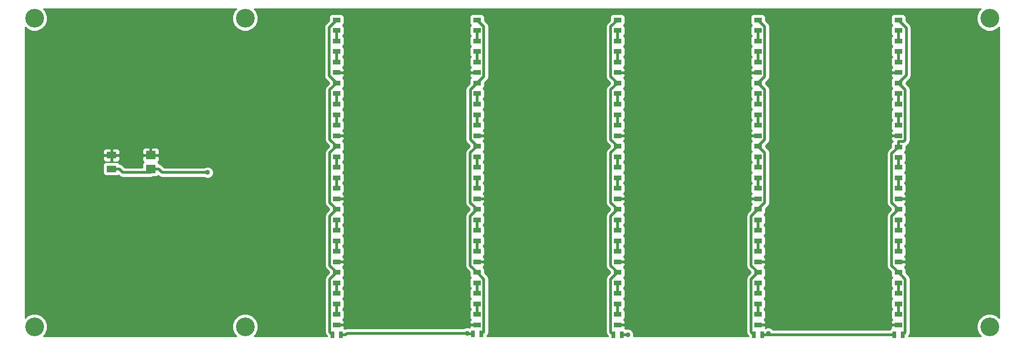
<source format=gtl>
G04 (created by PCBNEW (2013-jul-07)-stable) date Sun 18 Sep 2016 12:28:55 PM PDT*
%MOIN*%
G04 Gerber Fmt 3.4, Leading zero omitted, Abs format*
%FSLAX34Y34*%
G01*
G70*
G90*
G04 APERTURE LIST*
%ADD10C,0.00590551*%
%ADD11C,0.1339*%
%ADD12R,0.055X0.035*%
%ADD13R,0.0709X0.0591*%
%ADD14R,0.0709X0.0472*%
%ADD15R,0.025X0.045*%
%ADD16C,0.035*%
%ADD17C,0.02*%
%ADD18C,0.01*%
G04 APERTURE END LIST*
G54D10*
G54D11*
X20685Y-58055D03*
X35685Y-58055D03*
X88685Y-58055D03*
X88685Y-36039D03*
X35685Y-36039D03*
X20685Y-36039D03*
G54D12*
X42185Y-57179D03*
X42185Y-57929D03*
X42185Y-55678D03*
X42185Y-56428D03*
X42185Y-54177D03*
X42185Y-54927D03*
X42185Y-52676D03*
X42185Y-53426D03*
X42185Y-51175D03*
X42185Y-51925D03*
X42185Y-49674D03*
X42185Y-50424D03*
X42185Y-48173D03*
X42185Y-48923D03*
X42185Y-46672D03*
X42185Y-47422D03*
X42185Y-45171D03*
X42185Y-45921D03*
X42185Y-43670D03*
X42185Y-44420D03*
X42185Y-42169D03*
X42185Y-42919D03*
X42185Y-40668D03*
X42185Y-41418D03*
X42185Y-39167D03*
X42185Y-39917D03*
X42185Y-37666D03*
X42185Y-38416D03*
X42185Y-36165D03*
X42185Y-36915D03*
G54D13*
X28956Y-46791D03*
X28956Y-45807D03*
G54D14*
X26160Y-46791D03*
X26160Y-45807D03*
G54D12*
X82185Y-36165D03*
X82185Y-36915D03*
X72185Y-57179D03*
X72185Y-57929D03*
X72185Y-55678D03*
X72185Y-56428D03*
X72185Y-54177D03*
X72185Y-54927D03*
X72185Y-52676D03*
X72185Y-53426D03*
X72185Y-51175D03*
X72185Y-51925D03*
X72185Y-49674D03*
X72185Y-50424D03*
X72185Y-48173D03*
X72185Y-48923D03*
X72185Y-46672D03*
X72185Y-47422D03*
X72185Y-45171D03*
X72185Y-45921D03*
X72185Y-43670D03*
X72185Y-44420D03*
X72185Y-42169D03*
X72185Y-42919D03*
X72185Y-40668D03*
X72185Y-41418D03*
X72185Y-39167D03*
X72185Y-39917D03*
X82185Y-37666D03*
X82185Y-38416D03*
X82185Y-39167D03*
X82185Y-39917D03*
X82185Y-40668D03*
X82185Y-41418D03*
X82185Y-42169D03*
X82185Y-42919D03*
X82185Y-43670D03*
X82185Y-44420D03*
X82187Y-45220D03*
X82187Y-45970D03*
X82185Y-46672D03*
X82185Y-47422D03*
X82185Y-48173D03*
X82185Y-48923D03*
X82185Y-49674D03*
X82185Y-50424D03*
X82185Y-51175D03*
X82185Y-51925D03*
X82185Y-52676D03*
X82185Y-53426D03*
X82185Y-54177D03*
X82185Y-54927D03*
X82185Y-55678D03*
X82185Y-56428D03*
X82185Y-57179D03*
X82185Y-57929D03*
X52185Y-36165D03*
X52185Y-36915D03*
X52185Y-37666D03*
X52185Y-38416D03*
X52185Y-39167D03*
X52185Y-39917D03*
X52185Y-40668D03*
X52185Y-41418D03*
X52185Y-42169D03*
X52185Y-42919D03*
X52185Y-43670D03*
X52185Y-44420D03*
X52185Y-45171D03*
X52185Y-45921D03*
X52185Y-46672D03*
X52185Y-47422D03*
X52185Y-48173D03*
X52185Y-48923D03*
X52185Y-49674D03*
X52185Y-50424D03*
X52185Y-51175D03*
X52185Y-51925D03*
X52185Y-52676D03*
X52185Y-53426D03*
X52185Y-54177D03*
X52185Y-54927D03*
X52185Y-55678D03*
X52185Y-56428D03*
X52185Y-57179D03*
X52185Y-57929D03*
X62185Y-36165D03*
X62185Y-36915D03*
X62185Y-37666D03*
X62185Y-38416D03*
X62185Y-39167D03*
X62185Y-39917D03*
X62185Y-40668D03*
X62185Y-41418D03*
X62185Y-42169D03*
X62185Y-42919D03*
X62185Y-43670D03*
X62185Y-44420D03*
X62185Y-45171D03*
X62185Y-45921D03*
X62185Y-46672D03*
X62185Y-47422D03*
X62185Y-48173D03*
X62185Y-48923D03*
X62185Y-49674D03*
X62185Y-50424D03*
X62185Y-51175D03*
X62185Y-51925D03*
X62185Y-52676D03*
X62185Y-53426D03*
X62185Y-54177D03*
X62185Y-54927D03*
X62185Y-55678D03*
X62185Y-56428D03*
X62185Y-57179D03*
X62185Y-57929D03*
X72185Y-36165D03*
X72185Y-36915D03*
X72185Y-37666D03*
X72185Y-38416D03*
G54D15*
X42504Y-58622D03*
X41904Y-58622D03*
X51904Y-58583D03*
X52504Y-58583D03*
X62504Y-58622D03*
X61904Y-58622D03*
X72504Y-58622D03*
X71904Y-58622D03*
X81904Y-58622D03*
X82504Y-58622D03*
G54D16*
X51477Y-58533D03*
X32998Y-47047D03*
X62912Y-58622D03*
X72913Y-58541D03*
G54D17*
X51904Y-58583D02*
X51576Y-58583D01*
X42504Y-58622D02*
X42832Y-58622D01*
X51526Y-58533D02*
X51477Y-58533D01*
X51576Y-58583D02*
X51526Y-58533D01*
X42921Y-58533D02*
X42832Y-58622D01*
X51477Y-58533D02*
X42921Y-58533D01*
X28956Y-46791D02*
X28956Y-47040D01*
X26966Y-47040D02*
X26717Y-46791D01*
X28956Y-47040D02*
X26966Y-47040D01*
X26160Y-46791D02*
X26717Y-46791D01*
X29769Y-47047D02*
X29513Y-46791D01*
X32998Y-47047D02*
X29769Y-47047D01*
X28956Y-46791D02*
X29513Y-46791D01*
X62504Y-58622D02*
X62912Y-58622D01*
X72504Y-58622D02*
X72832Y-58622D01*
X81904Y-58622D02*
X72832Y-58622D01*
X72913Y-58541D02*
X72832Y-58622D01*
X72185Y-56428D02*
X72185Y-57179D01*
X72185Y-54927D02*
X72185Y-55678D01*
X62185Y-57179D02*
X62185Y-56428D01*
X62185Y-55678D02*
X62185Y-54927D01*
X72664Y-40189D02*
X72185Y-40668D01*
X72664Y-36644D02*
X72664Y-40189D01*
X72185Y-36165D02*
X72664Y-36644D01*
X72664Y-44692D02*
X72185Y-45171D01*
X72664Y-41147D02*
X72664Y-44692D01*
X72185Y-40668D02*
X72664Y-41147D01*
X72664Y-49195D02*
X72185Y-49674D01*
X72664Y-45650D02*
X72664Y-49195D01*
X72185Y-45171D02*
X72664Y-45650D01*
X71706Y-53698D02*
X72185Y-54177D01*
X71706Y-50153D02*
X71706Y-53698D01*
X72185Y-49674D02*
X71706Y-50153D01*
X71706Y-54656D02*
X72185Y-54177D01*
X71706Y-58424D02*
X71706Y-54656D01*
X71904Y-58622D02*
X71706Y-58424D01*
X72185Y-41418D02*
X72185Y-42169D01*
X72185Y-42919D02*
X72185Y-43670D01*
X72185Y-45921D02*
X72185Y-46672D01*
X72185Y-47422D02*
X72185Y-48173D01*
X72185Y-50424D02*
X72185Y-51175D01*
X72185Y-51925D02*
X72185Y-52676D01*
X82185Y-57179D02*
X82185Y-56428D01*
X62185Y-37666D02*
X62185Y-36915D01*
X82185Y-55678D02*
X82185Y-54927D01*
X82565Y-44842D02*
X82187Y-44842D01*
X82664Y-44743D02*
X82565Y-44842D01*
X82664Y-41147D02*
X82664Y-44743D01*
X82185Y-40668D02*
X82664Y-41147D01*
X82187Y-45220D02*
X82187Y-44842D01*
X82746Y-40107D02*
X82185Y-40668D01*
X82746Y-36726D02*
X82746Y-40107D01*
X82185Y-36165D02*
X82746Y-36726D01*
X82664Y-54656D02*
X82185Y-54177D01*
X82664Y-58462D02*
X82664Y-54656D01*
X82504Y-58622D02*
X82664Y-58462D01*
X81706Y-53698D02*
X82185Y-54177D01*
X81706Y-50153D02*
X81706Y-53698D01*
X82185Y-49674D02*
X81706Y-50153D01*
X81706Y-45701D02*
X82187Y-45220D01*
X81706Y-49195D02*
X81706Y-45701D01*
X82185Y-49674D02*
X81706Y-49195D01*
X82185Y-52676D02*
X82185Y-51925D01*
X82185Y-51175D02*
X82185Y-50424D01*
X62185Y-52676D02*
X62185Y-51925D01*
X62185Y-51175D02*
X62185Y-50424D01*
X62185Y-48173D02*
X62185Y-47422D01*
X62185Y-46672D02*
X62185Y-45921D01*
X62185Y-43670D02*
X62185Y-42919D01*
X62185Y-42169D02*
X62185Y-41418D01*
X61706Y-45650D02*
X62185Y-45171D01*
X61706Y-49195D02*
X61706Y-45650D01*
X62185Y-49674D02*
X61706Y-49195D01*
X61706Y-54656D02*
X62185Y-54177D01*
X61706Y-58424D02*
X61706Y-54656D01*
X61904Y-58622D02*
X61706Y-58424D01*
X61706Y-50153D02*
X62185Y-49674D01*
X61706Y-53698D02*
X61706Y-50153D01*
X62185Y-54177D02*
X61706Y-53698D01*
X61706Y-41147D02*
X62185Y-40668D01*
X61706Y-44692D02*
X61706Y-41147D01*
X62185Y-45171D02*
X61706Y-44692D01*
X61706Y-36644D02*
X62185Y-36165D01*
X61706Y-40189D02*
X61706Y-36644D01*
X62185Y-40668D02*
X61706Y-40189D01*
X62185Y-39167D02*
X62185Y-38416D01*
X42185Y-54927D02*
X42185Y-55678D01*
X42185Y-56428D02*
X42185Y-57179D01*
X42185Y-51925D02*
X42185Y-52676D01*
X42185Y-36915D02*
X42185Y-37666D01*
X42185Y-38416D02*
X42185Y-39167D01*
X42185Y-41418D02*
X42185Y-42169D01*
X42185Y-42919D02*
X42185Y-43670D01*
X42185Y-45921D02*
X42185Y-46672D01*
X42185Y-47422D02*
X42185Y-48173D01*
X42185Y-50424D02*
X42185Y-51175D01*
X41706Y-41147D02*
X42185Y-40668D01*
X41706Y-44692D02*
X41706Y-41147D01*
X42185Y-45171D02*
X41706Y-44692D01*
X41661Y-36689D02*
X42185Y-36165D01*
X41661Y-40144D02*
X41661Y-36689D01*
X42185Y-40668D02*
X41661Y-40144D01*
X41706Y-53698D02*
X42185Y-54177D01*
X41706Y-50153D02*
X41706Y-53698D01*
X42185Y-49674D02*
X41706Y-50153D01*
X41706Y-45650D02*
X42185Y-45171D01*
X41706Y-49195D02*
X41706Y-45650D01*
X42185Y-49674D02*
X41706Y-49195D01*
X41706Y-54656D02*
X42185Y-54177D01*
X41706Y-58424D02*
X41706Y-54656D01*
X41904Y-58622D02*
X41706Y-58424D01*
X52185Y-48173D02*
X52185Y-47422D01*
X52185Y-46672D02*
X52185Y-45921D01*
X52185Y-43670D02*
X52185Y-42919D01*
X52185Y-42169D02*
X52185Y-41418D01*
X52185Y-39167D02*
X52185Y-38416D01*
X52185Y-37666D02*
X52185Y-36915D01*
X72185Y-37666D02*
X72185Y-36915D01*
X72185Y-38416D02*
X72185Y-39167D01*
X52185Y-57179D02*
X52185Y-56428D01*
X82185Y-48173D02*
X82185Y-47422D01*
X52185Y-55678D02*
X52185Y-54927D01*
X52664Y-36644D02*
X52185Y-36165D01*
X52664Y-40189D02*
X52664Y-36644D01*
X52185Y-40668D02*
X52664Y-40189D01*
X52664Y-54656D02*
X52185Y-54177D01*
X52664Y-58423D02*
X52664Y-54656D01*
X52504Y-58583D02*
X52664Y-58423D01*
X51706Y-53698D02*
X52185Y-54177D01*
X51706Y-50153D02*
X51706Y-53698D01*
X52185Y-49674D02*
X51706Y-50153D01*
X51706Y-45650D02*
X52185Y-45171D01*
X51706Y-49195D02*
X51706Y-45650D01*
X52185Y-49674D02*
X51706Y-49195D01*
X51707Y-41146D02*
X52185Y-40668D01*
X51707Y-44693D02*
X51707Y-41146D01*
X52185Y-45171D02*
X51707Y-44693D01*
X52185Y-52676D02*
X52185Y-51925D01*
X52185Y-51175D02*
X52185Y-50424D01*
X82185Y-42169D02*
X82185Y-41418D01*
X82185Y-39167D02*
X82185Y-38416D01*
X82185Y-37666D02*
X82185Y-36915D01*
X82187Y-46292D02*
X82187Y-45970D01*
X82185Y-46294D02*
X82187Y-46292D01*
X82185Y-46672D02*
X82185Y-46294D01*
X82185Y-43670D02*
X82185Y-42919D01*
G54D10*
G36*
X89360Y-57430D02*
X89206Y-57276D01*
X88869Y-57136D01*
X88503Y-57136D01*
X88165Y-57276D01*
X87906Y-57534D01*
X87766Y-57871D01*
X87766Y-58237D01*
X87906Y-58575D01*
X88060Y-58730D01*
X82890Y-58730D01*
X82911Y-58710D01*
X82911Y-58709D01*
X82987Y-58596D01*
X83013Y-58462D01*
X83014Y-58462D01*
X83014Y-54656D01*
X82987Y-54522D01*
X82911Y-54409D01*
X82911Y-54408D01*
X82709Y-54206D01*
X82709Y-53953D01*
X82671Y-53861D01*
X82611Y-53801D01*
X82671Y-53742D01*
X82709Y-53650D01*
X82710Y-53538D01*
X82648Y-53476D01*
X82285Y-53476D01*
X82235Y-53476D01*
X82135Y-53476D01*
X82135Y-53376D01*
X82235Y-53376D01*
X82285Y-53376D01*
X82648Y-53376D01*
X82710Y-53314D01*
X82709Y-53202D01*
X82671Y-53110D01*
X82612Y-53051D01*
X82671Y-52992D01*
X82709Y-52901D01*
X82709Y-52802D01*
X82709Y-52452D01*
X82671Y-52360D01*
X82611Y-52300D01*
X82671Y-52241D01*
X82709Y-52150D01*
X82709Y-52051D01*
X82709Y-51701D01*
X82671Y-51609D01*
X82612Y-51550D01*
X82671Y-51491D01*
X82709Y-51400D01*
X82709Y-51301D01*
X82709Y-50951D01*
X82671Y-50859D01*
X82611Y-50799D01*
X82671Y-50740D01*
X82709Y-50649D01*
X82709Y-50550D01*
X82709Y-50200D01*
X82671Y-50108D01*
X82612Y-50049D01*
X82671Y-49990D01*
X82709Y-49899D01*
X82709Y-49800D01*
X82709Y-49450D01*
X82671Y-49358D01*
X82611Y-49298D01*
X82671Y-49239D01*
X82709Y-49147D01*
X82710Y-49035D01*
X82648Y-48973D01*
X82285Y-48973D01*
X82235Y-48973D01*
X82135Y-48973D01*
X82135Y-48873D01*
X82235Y-48873D01*
X82285Y-48873D01*
X82648Y-48873D01*
X82710Y-48811D01*
X82709Y-48699D01*
X82671Y-48607D01*
X82612Y-48548D01*
X82671Y-48489D01*
X82709Y-48398D01*
X82709Y-48299D01*
X82709Y-47949D01*
X82671Y-47857D01*
X82611Y-47797D01*
X82671Y-47738D01*
X82709Y-47647D01*
X82709Y-47548D01*
X82709Y-47198D01*
X82671Y-47106D01*
X82612Y-47047D01*
X82671Y-46988D01*
X82709Y-46897D01*
X82709Y-46798D01*
X82709Y-46448D01*
X82671Y-46356D01*
X82637Y-46322D01*
X82673Y-46286D01*
X82711Y-46195D01*
X82711Y-46096D01*
X82711Y-45746D01*
X82673Y-45654D01*
X82614Y-45595D01*
X82673Y-45536D01*
X82711Y-45445D01*
X82711Y-45346D01*
X82711Y-45156D01*
X82812Y-45089D01*
X82911Y-44990D01*
X82987Y-44877D01*
X83013Y-44743D01*
X83014Y-44743D01*
X83014Y-41147D01*
X82987Y-41013D01*
X82911Y-40900D01*
X82911Y-40899D01*
X82709Y-40697D01*
X82709Y-40638D01*
X82993Y-40355D01*
X82993Y-40354D01*
X83069Y-40241D01*
X83095Y-40107D01*
X83096Y-40107D01*
X83096Y-36726D01*
X83069Y-36592D01*
X82993Y-36479D01*
X82993Y-36478D01*
X82709Y-36194D01*
X82709Y-35941D01*
X82671Y-35849D01*
X82601Y-35779D01*
X82510Y-35741D01*
X82411Y-35741D01*
X81861Y-35741D01*
X81769Y-35779D01*
X81699Y-35849D01*
X81661Y-35940D01*
X81661Y-36039D01*
X81661Y-36389D01*
X81699Y-36481D01*
X81758Y-36540D01*
X81699Y-36599D01*
X81661Y-36690D01*
X81661Y-36789D01*
X81661Y-37139D01*
X81699Y-37231D01*
X81758Y-37290D01*
X81699Y-37350D01*
X81661Y-37441D01*
X81661Y-37540D01*
X81661Y-37890D01*
X81699Y-37982D01*
X81758Y-38041D01*
X81699Y-38100D01*
X81661Y-38191D01*
X81661Y-38290D01*
X81661Y-38640D01*
X81699Y-38732D01*
X81758Y-38791D01*
X81699Y-38851D01*
X81661Y-38942D01*
X81661Y-39041D01*
X81661Y-39391D01*
X81699Y-39483D01*
X81758Y-39542D01*
X81699Y-39601D01*
X81661Y-39693D01*
X81660Y-39805D01*
X81722Y-39867D01*
X82085Y-39867D01*
X82135Y-39867D01*
X82235Y-39867D01*
X82235Y-39967D01*
X82135Y-39967D01*
X82085Y-39967D01*
X81722Y-39967D01*
X81660Y-40029D01*
X81661Y-40141D01*
X81699Y-40233D01*
X81758Y-40292D01*
X81699Y-40352D01*
X81661Y-40443D01*
X81661Y-40542D01*
X81661Y-40892D01*
X81699Y-40984D01*
X81758Y-41043D01*
X81699Y-41102D01*
X81661Y-41193D01*
X81661Y-41292D01*
X81661Y-41642D01*
X81699Y-41734D01*
X81758Y-41793D01*
X81699Y-41853D01*
X81661Y-41944D01*
X81661Y-42043D01*
X81661Y-42393D01*
X81699Y-42485D01*
X81758Y-42544D01*
X81699Y-42603D01*
X81661Y-42694D01*
X81661Y-42793D01*
X81661Y-43143D01*
X81699Y-43235D01*
X81758Y-43294D01*
X81699Y-43354D01*
X81661Y-43445D01*
X81661Y-43544D01*
X81661Y-43894D01*
X81699Y-43986D01*
X81758Y-44045D01*
X81699Y-44104D01*
X81661Y-44196D01*
X81660Y-44308D01*
X81722Y-44370D01*
X82085Y-44370D01*
X82135Y-44370D01*
X82235Y-44370D01*
X82235Y-44470D01*
X82135Y-44470D01*
X82085Y-44470D01*
X81722Y-44470D01*
X81660Y-44532D01*
X81661Y-44644D01*
X81699Y-44736D01*
X81769Y-44806D01*
X81803Y-44820D01*
X81771Y-44834D01*
X81701Y-44904D01*
X81663Y-44995D01*
X81663Y-45094D01*
X81663Y-45249D01*
X81459Y-45454D01*
X81383Y-45567D01*
X81356Y-45701D01*
X81356Y-49195D01*
X81383Y-49329D01*
X81459Y-49442D01*
X81661Y-49644D01*
X81661Y-49703D01*
X81459Y-49906D01*
X81383Y-50019D01*
X81356Y-50153D01*
X81356Y-53698D01*
X81383Y-53832D01*
X81459Y-53945D01*
X81661Y-54147D01*
X81661Y-54401D01*
X81699Y-54493D01*
X81758Y-54552D01*
X81699Y-54611D01*
X81661Y-54702D01*
X81661Y-54801D01*
X81661Y-55151D01*
X81699Y-55243D01*
X81758Y-55302D01*
X81699Y-55362D01*
X81661Y-55453D01*
X81661Y-55552D01*
X81661Y-55902D01*
X81699Y-55994D01*
X81758Y-56053D01*
X81699Y-56112D01*
X81661Y-56203D01*
X81661Y-56302D01*
X81661Y-56652D01*
X81699Y-56744D01*
X81758Y-56803D01*
X81699Y-56863D01*
X81661Y-56954D01*
X81661Y-57053D01*
X81661Y-57403D01*
X81699Y-57495D01*
X81758Y-57554D01*
X81699Y-57613D01*
X81661Y-57705D01*
X81660Y-57817D01*
X81722Y-57879D01*
X82085Y-57879D01*
X82135Y-57879D01*
X82235Y-57879D01*
X82235Y-57979D01*
X82135Y-57979D01*
X82085Y-57979D01*
X81722Y-57979D01*
X81660Y-58041D01*
X81661Y-58153D01*
X81669Y-58173D01*
X81638Y-58186D01*
X81568Y-58256D01*
X81561Y-58272D01*
X73245Y-58272D01*
X73154Y-58181D01*
X72998Y-58116D01*
X72829Y-58116D01*
X72714Y-58162D01*
X72706Y-58159D01*
X72709Y-58153D01*
X72710Y-58041D01*
X72648Y-57979D01*
X72285Y-57979D01*
X72235Y-57979D01*
X72135Y-57979D01*
X72135Y-57879D01*
X72235Y-57879D01*
X72285Y-57879D01*
X72648Y-57879D01*
X72710Y-57817D01*
X72709Y-57705D01*
X72671Y-57613D01*
X72612Y-57554D01*
X72671Y-57495D01*
X72709Y-57404D01*
X72709Y-57305D01*
X72709Y-56955D01*
X72671Y-56863D01*
X72611Y-56803D01*
X72671Y-56744D01*
X72709Y-56653D01*
X72709Y-56554D01*
X72709Y-56204D01*
X72671Y-56112D01*
X72612Y-56053D01*
X72671Y-55994D01*
X72709Y-55903D01*
X72709Y-55804D01*
X72709Y-55454D01*
X72671Y-55362D01*
X72611Y-55302D01*
X72671Y-55243D01*
X72709Y-55152D01*
X72709Y-55053D01*
X72709Y-54703D01*
X72671Y-54611D01*
X72612Y-54552D01*
X72671Y-54493D01*
X72709Y-54402D01*
X72709Y-54303D01*
X72709Y-53953D01*
X72671Y-53861D01*
X72611Y-53801D01*
X72671Y-53742D01*
X72709Y-53650D01*
X72710Y-53538D01*
X72648Y-53476D01*
X72285Y-53476D01*
X72235Y-53476D01*
X72135Y-53476D01*
X72135Y-53376D01*
X72235Y-53376D01*
X72285Y-53376D01*
X72648Y-53376D01*
X72710Y-53314D01*
X72709Y-53202D01*
X72671Y-53110D01*
X72612Y-53051D01*
X72671Y-52992D01*
X72709Y-52901D01*
X72709Y-52802D01*
X72709Y-52452D01*
X72671Y-52360D01*
X72611Y-52300D01*
X72671Y-52241D01*
X72709Y-52150D01*
X72709Y-52051D01*
X72709Y-51701D01*
X72671Y-51609D01*
X72612Y-51550D01*
X72671Y-51491D01*
X72709Y-51400D01*
X72709Y-51301D01*
X72709Y-50951D01*
X72671Y-50859D01*
X72611Y-50799D01*
X72671Y-50740D01*
X72709Y-50649D01*
X72709Y-50550D01*
X72709Y-50200D01*
X72671Y-50108D01*
X72612Y-50049D01*
X72671Y-49990D01*
X72709Y-49899D01*
X72709Y-49800D01*
X72709Y-49644D01*
X72911Y-49443D01*
X72911Y-49442D01*
X72987Y-49329D01*
X73013Y-49195D01*
X73014Y-49195D01*
X73014Y-45650D01*
X72987Y-45516D01*
X72911Y-45403D01*
X72911Y-45402D01*
X72709Y-45200D01*
X72709Y-45141D01*
X72911Y-44940D01*
X72911Y-44939D01*
X72987Y-44826D01*
X73013Y-44692D01*
X73014Y-44692D01*
X73014Y-41147D01*
X72987Y-41013D01*
X72911Y-40900D01*
X72911Y-40899D01*
X72709Y-40697D01*
X72709Y-40638D01*
X72911Y-40437D01*
X72911Y-40436D01*
X72987Y-40323D01*
X73013Y-40189D01*
X73014Y-40189D01*
X73014Y-36644D01*
X72987Y-36510D01*
X72911Y-36397D01*
X72911Y-36396D01*
X72709Y-36194D01*
X72709Y-35941D01*
X72671Y-35849D01*
X72601Y-35779D01*
X72510Y-35741D01*
X72411Y-35741D01*
X71861Y-35741D01*
X71769Y-35779D01*
X71699Y-35849D01*
X71661Y-35940D01*
X71661Y-36039D01*
X71661Y-36389D01*
X71699Y-36481D01*
X71758Y-36540D01*
X71699Y-36599D01*
X71661Y-36690D01*
X71661Y-36789D01*
X71661Y-37139D01*
X71699Y-37231D01*
X71758Y-37290D01*
X71699Y-37350D01*
X71661Y-37441D01*
X71661Y-37540D01*
X71661Y-37890D01*
X71699Y-37982D01*
X71758Y-38041D01*
X71699Y-38100D01*
X71661Y-38191D01*
X71661Y-38290D01*
X71661Y-38640D01*
X71699Y-38732D01*
X71758Y-38791D01*
X71699Y-38851D01*
X71661Y-38942D01*
X71661Y-39041D01*
X71661Y-39391D01*
X71699Y-39483D01*
X71758Y-39542D01*
X71699Y-39601D01*
X71661Y-39693D01*
X71660Y-39805D01*
X71722Y-39867D01*
X72085Y-39867D01*
X72135Y-39867D01*
X72235Y-39867D01*
X72235Y-39967D01*
X72135Y-39967D01*
X72085Y-39967D01*
X71722Y-39967D01*
X71660Y-40029D01*
X71661Y-40141D01*
X71699Y-40233D01*
X71758Y-40292D01*
X71699Y-40352D01*
X71661Y-40443D01*
X71661Y-40542D01*
X71661Y-40892D01*
X71699Y-40984D01*
X71758Y-41043D01*
X71699Y-41102D01*
X71661Y-41193D01*
X71661Y-41292D01*
X71661Y-41642D01*
X71699Y-41734D01*
X71758Y-41793D01*
X71699Y-41853D01*
X71661Y-41944D01*
X71661Y-42043D01*
X71661Y-42393D01*
X71699Y-42485D01*
X71758Y-42544D01*
X71699Y-42603D01*
X71661Y-42694D01*
X71661Y-42793D01*
X71661Y-43143D01*
X71699Y-43235D01*
X71758Y-43294D01*
X71699Y-43354D01*
X71661Y-43445D01*
X71661Y-43544D01*
X71661Y-43894D01*
X71699Y-43986D01*
X71758Y-44045D01*
X71699Y-44104D01*
X71661Y-44196D01*
X71660Y-44308D01*
X71722Y-44370D01*
X72085Y-44370D01*
X72135Y-44370D01*
X72235Y-44370D01*
X72235Y-44470D01*
X72135Y-44470D01*
X72085Y-44470D01*
X71722Y-44470D01*
X71660Y-44532D01*
X71661Y-44644D01*
X71699Y-44736D01*
X71758Y-44795D01*
X71699Y-44855D01*
X71661Y-44946D01*
X71661Y-45045D01*
X71661Y-45395D01*
X71699Y-45487D01*
X71758Y-45546D01*
X71699Y-45605D01*
X71661Y-45696D01*
X71661Y-45795D01*
X71661Y-46145D01*
X71699Y-46237D01*
X71758Y-46296D01*
X71699Y-46356D01*
X71661Y-46447D01*
X71661Y-46546D01*
X71661Y-46896D01*
X71699Y-46988D01*
X71758Y-47047D01*
X71699Y-47106D01*
X71661Y-47197D01*
X71661Y-47296D01*
X71661Y-47646D01*
X71699Y-47738D01*
X71758Y-47797D01*
X71699Y-47857D01*
X71661Y-47948D01*
X71661Y-48047D01*
X71661Y-48397D01*
X71699Y-48489D01*
X71758Y-48548D01*
X71699Y-48607D01*
X71661Y-48699D01*
X71660Y-48811D01*
X71722Y-48873D01*
X72085Y-48873D01*
X72135Y-48873D01*
X72235Y-48873D01*
X72235Y-48973D01*
X72135Y-48973D01*
X72085Y-48973D01*
X71722Y-48973D01*
X71660Y-49035D01*
X71661Y-49147D01*
X71699Y-49239D01*
X71758Y-49298D01*
X71699Y-49358D01*
X71661Y-49449D01*
X71661Y-49548D01*
X71661Y-49703D01*
X71459Y-49906D01*
X71383Y-50019D01*
X71356Y-50153D01*
X71356Y-53698D01*
X71383Y-53832D01*
X71459Y-53945D01*
X71661Y-54147D01*
X71661Y-54206D01*
X71459Y-54409D01*
X71383Y-54522D01*
X71356Y-54656D01*
X71356Y-58424D01*
X71383Y-58558D01*
X71459Y-58671D01*
X71518Y-58730D01*
X63327Y-58730D01*
X63337Y-58707D01*
X63337Y-58538D01*
X63273Y-58382D01*
X63153Y-58262D01*
X62997Y-58197D01*
X62828Y-58197D01*
X62794Y-58210D01*
X62770Y-58186D01*
X62706Y-58159D01*
X62709Y-58153D01*
X62710Y-58041D01*
X62648Y-57979D01*
X62285Y-57979D01*
X62235Y-57979D01*
X62135Y-57979D01*
X62135Y-57879D01*
X62235Y-57879D01*
X62285Y-57879D01*
X62648Y-57879D01*
X62710Y-57817D01*
X62709Y-57705D01*
X62671Y-57613D01*
X62612Y-57554D01*
X62671Y-57495D01*
X62709Y-57404D01*
X62709Y-57305D01*
X62709Y-56955D01*
X62671Y-56863D01*
X62611Y-56803D01*
X62671Y-56744D01*
X62709Y-56653D01*
X62709Y-56554D01*
X62709Y-56204D01*
X62671Y-56112D01*
X62612Y-56053D01*
X62671Y-55994D01*
X62709Y-55903D01*
X62709Y-55804D01*
X62709Y-55454D01*
X62671Y-55362D01*
X62611Y-55302D01*
X62671Y-55243D01*
X62709Y-55152D01*
X62709Y-55053D01*
X62709Y-54703D01*
X62671Y-54611D01*
X62612Y-54552D01*
X62671Y-54493D01*
X62709Y-54402D01*
X62709Y-54303D01*
X62709Y-53953D01*
X62671Y-53861D01*
X62611Y-53801D01*
X62671Y-53742D01*
X62709Y-53650D01*
X62710Y-53538D01*
X62648Y-53476D01*
X62285Y-53476D01*
X62235Y-53476D01*
X62135Y-53476D01*
X62135Y-53376D01*
X62235Y-53376D01*
X62285Y-53376D01*
X62648Y-53376D01*
X62710Y-53314D01*
X62709Y-53202D01*
X62671Y-53110D01*
X62612Y-53051D01*
X62671Y-52992D01*
X62709Y-52901D01*
X62709Y-52802D01*
X62709Y-52452D01*
X62671Y-52360D01*
X62611Y-52300D01*
X62671Y-52241D01*
X62709Y-52150D01*
X62709Y-52051D01*
X62709Y-51701D01*
X62671Y-51609D01*
X62612Y-51550D01*
X62671Y-51491D01*
X62709Y-51400D01*
X62709Y-51301D01*
X62709Y-50951D01*
X62671Y-50859D01*
X62611Y-50799D01*
X62671Y-50740D01*
X62709Y-50649D01*
X62709Y-50550D01*
X62709Y-50200D01*
X62671Y-50108D01*
X62612Y-50049D01*
X62671Y-49990D01*
X62709Y-49899D01*
X62709Y-49800D01*
X62709Y-49450D01*
X62671Y-49358D01*
X62611Y-49298D01*
X62671Y-49239D01*
X62709Y-49147D01*
X62710Y-49035D01*
X62648Y-48973D01*
X62285Y-48973D01*
X62235Y-48973D01*
X62135Y-48973D01*
X62135Y-48873D01*
X62235Y-48873D01*
X62285Y-48873D01*
X62648Y-48873D01*
X62710Y-48811D01*
X62709Y-48699D01*
X62671Y-48607D01*
X62612Y-48548D01*
X62671Y-48489D01*
X62709Y-48398D01*
X62709Y-48299D01*
X62709Y-47949D01*
X62671Y-47857D01*
X62611Y-47797D01*
X62671Y-47738D01*
X62709Y-47647D01*
X62709Y-47548D01*
X62709Y-47198D01*
X62671Y-47106D01*
X62612Y-47047D01*
X62671Y-46988D01*
X62709Y-46897D01*
X62709Y-46798D01*
X62709Y-46448D01*
X62671Y-46356D01*
X62611Y-46296D01*
X62671Y-46237D01*
X62709Y-46146D01*
X62709Y-46047D01*
X62709Y-45697D01*
X62671Y-45605D01*
X62612Y-45546D01*
X62671Y-45487D01*
X62709Y-45396D01*
X62709Y-45297D01*
X62709Y-44947D01*
X62671Y-44855D01*
X62611Y-44795D01*
X62671Y-44736D01*
X62709Y-44644D01*
X62710Y-44532D01*
X62648Y-44470D01*
X62285Y-44470D01*
X62235Y-44470D01*
X62135Y-44470D01*
X62135Y-44370D01*
X62235Y-44370D01*
X62285Y-44370D01*
X62648Y-44370D01*
X62710Y-44308D01*
X62709Y-44196D01*
X62671Y-44104D01*
X62612Y-44045D01*
X62671Y-43986D01*
X62709Y-43895D01*
X62709Y-43796D01*
X62709Y-43446D01*
X62671Y-43354D01*
X62611Y-43294D01*
X62671Y-43235D01*
X62709Y-43144D01*
X62709Y-43045D01*
X62709Y-42695D01*
X62671Y-42603D01*
X62612Y-42544D01*
X62671Y-42485D01*
X62709Y-42394D01*
X62709Y-42295D01*
X62709Y-41945D01*
X62671Y-41853D01*
X62611Y-41793D01*
X62671Y-41734D01*
X62709Y-41643D01*
X62709Y-41544D01*
X62709Y-41194D01*
X62671Y-41102D01*
X62612Y-41043D01*
X62671Y-40984D01*
X62709Y-40893D01*
X62709Y-40794D01*
X62709Y-40444D01*
X62671Y-40352D01*
X62611Y-40292D01*
X62671Y-40233D01*
X62709Y-40141D01*
X62710Y-40029D01*
X62648Y-39967D01*
X62285Y-39967D01*
X62235Y-39967D01*
X62135Y-39967D01*
X62135Y-39867D01*
X62235Y-39867D01*
X62285Y-39867D01*
X62648Y-39867D01*
X62710Y-39805D01*
X62709Y-39693D01*
X62671Y-39601D01*
X62612Y-39542D01*
X62671Y-39483D01*
X62709Y-39392D01*
X62709Y-39293D01*
X62709Y-38943D01*
X62671Y-38851D01*
X62611Y-38791D01*
X62671Y-38732D01*
X62709Y-38641D01*
X62709Y-38542D01*
X62709Y-38192D01*
X62671Y-38100D01*
X62612Y-38041D01*
X62671Y-37982D01*
X62709Y-37891D01*
X62709Y-37792D01*
X62709Y-37442D01*
X62671Y-37350D01*
X62611Y-37290D01*
X62671Y-37231D01*
X62709Y-37140D01*
X62709Y-37041D01*
X62709Y-36691D01*
X62671Y-36599D01*
X62612Y-36540D01*
X62671Y-36481D01*
X62709Y-36390D01*
X62709Y-36291D01*
X62709Y-35941D01*
X62671Y-35849D01*
X62601Y-35779D01*
X62510Y-35741D01*
X62411Y-35741D01*
X61861Y-35741D01*
X61769Y-35779D01*
X61699Y-35849D01*
X61661Y-35940D01*
X61661Y-36039D01*
X61661Y-36194D01*
X61459Y-36397D01*
X61383Y-36510D01*
X61356Y-36644D01*
X61356Y-40189D01*
X61383Y-40323D01*
X61459Y-40436D01*
X61661Y-40638D01*
X61661Y-40697D01*
X61459Y-40900D01*
X61383Y-41013D01*
X61356Y-41147D01*
X61356Y-44692D01*
X61383Y-44826D01*
X61459Y-44939D01*
X61661Y-45141D01*
X61661Y-45200D01*
X61459Y-45403D01*
X61383Y-45516D01*
X61356Y-45650D01*
X61356Y-49195D01*
X61383Y-49329D01*
X61459Y-49442D01*
X61661Y-49644D01*
X61661Y-49703D01*
X61459Y-49906D01*
X61383Y-50019D01*
X61356Y-50153D01*
X61356Y-53698D01*
X61383Y-53832D01*
X61459Y-53945D01*
X61661Y-54147D01*
X61661Y-54206D01*
X61459Y-54409D01*
X61383Y-54522D01*
X61356Y-54656D01*
X61356Y-58424D01*
X61383Y-58558D01*
X61459Y-58671D01*
X61518Y-58730D01*
X52878Y-58730D01*
X52878Y-58703D01*
X52911Y-58671D01*
X52911Y-58670D01*
X52987Y-58557D01*
X53013Y-58423D01*
X53014Y-58423D01*
X53014Y-54656D01*
X52987Y-54522D01*
X52911Y-54409D01*
X52911Y-54408D01*
X52709Y-54206D01*
X52709Y-53953D01*
X52671Y-53861D01*
X52611Y-53801D01*
X52671Y-53742D01*
X52709Y-53650D01*
X52710Y-53538D01*
X52648Y-53476D01*
X52285Y-53476D01*
X52235Y-53476D01*
X52135Y-53476D01*
X52135Y-53376D01*
X52235Y-53376D01*
X52285Y-53376D01*
X52648Y-53376D01*
X52710Y-53314D01*
X52709Y-53202D01*
X52671Y-53110D01*
X52612Y-53051D01*
X52671Y-52992D01*
X52709Y-52901D01*
X52709Y-52802D01*
X52709Y-52452D01*
X52671Y-52360D01*
X52611Y-52300D01*
X52671Y-52241D01*
X52709Y-52150D01*
X52709Y-52051D01*
X52709Y-51701D01*
X52671Y-51609D01*
X52612Y-51550D01*
X52671Y-51491D01*
X52709Y-51400D01*
X52709Y-51301D01*
X52709Y-50951D01*
X52671Y-50859D01*
X52611Y-50799D01*
X52671Y-50740D01*
X52709Y-50649D01*
X52709Y-50550D01*
X52709Y-50200D01*
X52671Y-50108D01*
X52612Y-50049D01*
X52671Y-49990D01*
X52709Y-49899D01*
X52709Y-49800D01*
X52709Y-49450D01*
X52671Y-49358D01*
X52611Y-49298D01*
X52671Y-49239D01*
X52709Y-49147D01*
X52710Y-49035D01*
X52648Y-48973D01*
X52285Y-48973D01*
X52235Y-48973D01*
X52135Y-48973D01*
X52135Y-48873D01*
X52235Y-48873D01*
X52285Y-48873D01*
X52648Y-48873D01*
X52710Y-48811D01*
X52709Y-48699D01*
X52671Y-48607D01*
X52612Y-48548D01*
X52671Y-48489D01*
X52709Y-48398D01*
X52709Y-48299D01*
X52709Y-47949D01*
X52671Y-47857D01*
X52611Y-47797D01*
X52671Y-47738D01*
X52709Y-47647D01*
X52709Y-47548D01*
X52709Y-47198D01*
X52671Y-47106D01*
X52612Y-47047D01*
X52671Y-46988D01*
X52709Y-46897D01*
X52709Y-46798D01*
X52709Y-46448D01*
X52671Y-46356D01*
X52611Y-46296D01*
X52671Y-46237D01*
X52709Y-46146D01*
X52709Y-46047D01*
X52709Y-45697D01*
X52671Y-45605D01*
X52612Y-45546D01*
X52671Y-45487D01*
X52709Y-45396D01*
X52709Y-45297D01*
X52709Y-44947D01*
X52671Y-44855D01*
X52611Y-44795D01*
X52671Y-44736D01*
X52709Y-44644D01*
X52710Y-44532D01*
X52648Y-44470D01*
X52285Y-44470D01*
X52235Y-44470D01*
X52135Y-44470D01*
X52135Y-44370D01*
X52235Y-44370D01*
X52285Y-44370D01*
X52648Y-44370D01*
X52710Y-44308D01*
X52709Y-44196D01*
X52671Y-44104D01*
X52612Y-44045D01*
X52671Y-43986D01*
X52709Y-43895D01*
X52709Y-43796D01*
X52709Y-43446D01*
X52671Y-43354D01*
X52611Y-43294D01*
X52671Y-43235D01*
X52709Y-43144D01*
X52709Y-43045D01*
X52709Y-42695D01*
X52671Y-42603D01*
X52612Y-42544D01*
X52671Y-42485D01*
X52709Y-42394D01*
X52709Y-42295D01*
X52709Y-41945D01*
X52671Y-41853D01*
X52611Y-41793D01*
X52671Y-41734D01*
X52709Y-41643D01*
X52709Y-41544D01*
X52709Y-41194D01*
X52671Y-41102D01*
X52612Y-41043D01*
X52671Y-40984D01*
X52709Y-40893D01*
X52709Y-40794D01*
X52709Y-40638D01*
X52911Y-40437D01*
X52911Y-40436D01*
X52987Y-40323D01*
X53013Y-40189D01*
X53014Y-40189D01*
X53014Y-36644D01*
X52987Y-36510D01*
X52911Y-36397D01*
X52911Y-36396D01*
X52709Y-36194D01*
X52709Y-35941D01*
X52671Y-35849D01*
X52601Y-35779D01*
X52510Y-35741D01*
X52411Y-35741D01*
X51861Y-35741D01*
X51769Y-35779D01*
X51699Y-35849D01*
X51661Y-35940D01*
X51661Y-36039D01*
X51661Y-36389D01*
X51699Y-36481D01*
X51758Y-36540D01*
X51699Y-36599D01*
X51661Y-36690D01*
X51661Y-36789D01*
X51661Y-37139D01*
X51699Y-37231D01*
X51758Y-37290D01*
X51699Y-37350D01*
X51661Y-37441D01*
X51661Y-37540D01*
X51661Y-37890D01*
X51699Y-37982D01*
X51758Y-38041D01*
X51699Y-38100D01*
X51661Y-38191D01*
X51661Y-38290D01*
X51661Y-38640D01*
X51699Y-38732D01*
X51758Y-38791D01*
X51699Y-38851D01*
X51661Y-38942D01*
X51661Y-39041D01*
X51661Y-39391D01*
X51699Y-39483D01*
X51758Y-39542D01*
X51699Y-39601D01*
X51661Y-39693D01*
X51660Y-39805D01*
X51722Y-39867D01*
X52085Y-39867D01*
X52135Y-39867D01*
X52235Y-39867D01*
X52235Y-39967D01*
X52135Y-39967D01*
X52085Y-39967D01*
X51722Y-39967D01*
X51660Y-40029D01*
X51661Y-40141D01*
X51699Y-40233D01*
X51758Y-40292D01*
X51699Y-40352D01*
X51661Y-40443D01*
X51661Y-40542D01*
X51661Y-40697D01*
X51460Y-40899D01*
X51384Y-41012D01*
X51357Y-41146D01*
X51357Y-44693D01*
X51384Y-44827D01*
X51460Y-44940D01*
X51661Y-45141D01*
X51661Y-45200D01*
X51459Y-45403D01*
X51383Y-45516D01*
X51356Y-45650D01*
X51356Y-49195D01*
X51383Y-49329D01*
X51459Y-49442D01*
X51661Y-49644D01*
X51661Y-49703D01*
X51459Y-49906D01*
X51383Y-50019D01*
X51356Y-50153D01*
X51356Y-53698D01*
X51383Y-53832D01*
X51459Y-53945D01*
X51661Y-54147D01*
X51661Y-54401D01*
X51699Y-54493D01*
X51758Y-54552D01*
X51699Y-54611D01*
X51661Y-54702D01*
X51661Y-54801D01*
X51661Y-55151D01*
X51699Y-55243D01*
X51758Y-55302D01*
X51699Y-55362D01*
X51661Y-55453D01*
X51661Y-55552D01*
X51661Y-55902D01*
X51699Y-55994D01*
X51758Y-56053D01*
X51699Y-56112D01*
X51661Y-56203D01*
X51661Y-56302D01*
X51661Y-56652D01*
X51699Y-56744D01*
X51758Y-56803D01*
X51699Y-56863D01*
X51661Y-56954D01*
X51661Y-57053D01*
X51661Y-57403D01*
X51699Y-57495D01*
X51758Y-57554D01*
X51699Y-57613D01*
X51661Y-57705D01*
X51660Y-57817D01*
X51722Y-57879D01*
X52085Y-57879D01*
X52135Y-57879D01*
X52235Y-57879D01*
X52235Y-57979D01*
X52135Y-57979D01*
X52085Y-57979D01*
X51722Y-57979D01*
X51660Y-58041D01*
X51660Y-58137D01*
X51646Y-58143D01*
X51562Y-58108D01*
X51393Y-58108D01*
X51237Y-58172D01*
X51226Y-58183D01*
X42921Y-58183D01*
X42792Y-58208D01*
X42770Y-58186D01*
X42706Y-58159D01*
X42709Y-58153D01*
X42710Y-58041D01*
X42648Y-57979D01*
X42285Y-57979D01*
X42235Y-57979D01*
X42135Y-57979D01*
X42135Y-57879D01*
X42235Y-57879D01*
X42285Y-57879D01*
X42648Y-57879D01*
X42710Y-57817D01*
X42709Y-57705D01*
X42671Y-57613D01*
X42612Y-57554D01*
X42671Y-57495D01*
X42709Y-57404D01*
X42709Y-57305D01*
X42709Y-56955D01*
X42671Y-56863D01*
X42611Y-56803D01*
X42671Y-56744D01*
X42709Y-56653D01*
X42709Y-56554D01*
X42709Y-56204D01*
X42671Y-56112D01*
X42612Y-56053D01*
X42671Y-55994D01*
X42709Y-55903D01*
X42709Y-55804D01*
X42709Y-55454D01*
X42671Y-55362D01*
X42611Y-55302D01*
X42671Y-55243D01*
X42709Y-55152D01*
X42709Y-55053D01*
X42709Y-54703D01*
X42671Y-54611D01*
X42612Y-54552D01*
X42671Y-54493D01*
X42709Y-54402D01*
X42709Y-54303D01*
X42709Y-53953D01*
X42671Y-53861D01*
X42611Y-53801D01*
X42671Y-53742D01*
X42709Y-53650D01*
X42710Y-53538D01*
X42648Y-53476D01*
X42285Y-53476D01*
X42235Y-53476D01*
X42135Y-53476D01*
X42135Y-53376D01*
X42235Y-53376D01*
X42285Y-53376D01*
X42648Y-53376D01*
X42710Y-53314D01*
X42709Y-53202D01*
X42671Y-53110D01*
X42612Y-53051D01*
X42671Y-52992D01*
X42709Y-52901D01*
X42709Y-52802D01*
X42709Y-52452D01*
X42671Y-52360D01*
X42611Y-52300D01*
X42671Y-52241D01*
X42709Y-52150D01*
X42709Y-52051D01*
X42709Y-51701D01*
X42671Y-51609D01*
X42612Y-51550D01*
X42671Y-51491D01*
X42709Y-51400D01*
X42709Y-51301D01*
X42709Y-50951D01*
X42671Y-50859D01*
X42611Y-50799D01*
X42671Y-50740D01*
X42709Y-50649D01*
X42709Y-50550D01*
X42709Y-50200D01*
X42671Y-50108D01*
X42612Y-50049D01*
X42671Y-49990D01*
X42709Y-49899D01*
X42709Y-49800D01*
X42709Y-49450D01*
X42671Y-49358D01*
X42611Y-49298D01*
X42671Y-49239D01*
X42709Y-49147D01*
X42710Y-49035D01*
X42648Y-48973D01*
X42285Y-48973D01*
X42235Y-48973D01*
X42135Y-48973D01*
X42135Y-48873D01*
X42235Y-48873D01*
X42285Y-48873D01*
X42648Y-48873D01*
X42710Y-48811D01*
X42709Y-48699D01*
X42671Y-48607D01*
X42612Y-48548D01*
X42671Y-48489D01*
X42709Y-48398D01*
X42709Y-48299D01*
X42709Y-47949D01*
X42671Y-47857D01*
X42611Y-47797D01*
X42671Y-47738D01*
X42709Y-47647D01*
X42709Y-47548D01*
X42709Y-47198D01*
X42671Y-47106D01*
X42612Y-47047D01*
X42671Y-46988D01*
X42709Y-46897D01*
X42709Y-46798D01*
X42709Y-46448D01*
X42671Y-46356D01*
X42611Y-46296D01*
X42671Y-46237D01*
X42709Y-46146D01*
X42709Y-46047D01*
X42709Y-45697D01*
X42671Y-45605D01*
X42612Y-45546D01*
X42671Y-45487D01*
X42709Y-45396D01*
X42709Y-45297D01*
X42709Y-44947D01*
X42671Y-44855D01*
X42611Y-44795D01*
X42671Y-44736D01*
X42709Y-44644D01*
X42710Y-44532D01*
X42648Y-44470D01*
X42285Y-44470D01*
X42235Y-44470D01*
X42135Y-44470D01*
X42135Y-44370D01*
X42235Y-44370D01*
X42285Y-44370D01*
X42648Y-44370D01*
X42710Y-44308D01*
X42709Y-44196D01*
X42671Y-44104D01*
X42612Y-44045D01*
X42671Y-43986D01*
X42709Y-43895D01*
X42709Y-43796D01*
X42709Y-43446D01*
X42671Y-43354D01*
X42611Y-43294D01*
X42671Y-43235D01*
X42709Y-43144D01*
X42709Y-43045D01*
X42709Y-42695D01*
X42671Y-42603D01*
X42612Y-42544D01*
X42671Y-42485D01*
X42709Y-42394D01*
X42709Y-42295D01*
X42709Y-41945D01*
X42671Y-41853D01*
X42611Y-41793D01*
X42671Y-41734D01*
X42709Y-41643D01*
X42709Y-41544D01*
X42709Y-41194D01*
X42671Y-41102D01*
X42612Y-41043D01*
X42671Y-40984D01*
X42709Y-40893D01*
X42709Y-40794D01*
X42709Y-40444D01*
X42671Y-40352D01*
X42611Y-40292D01*
X42671Y-40233D01*
X42709Y-40141D01*
X42710Y-40029D01*
X42648Y-39967D01*
X42285Y-39967D01*
X42235Y-39967D01*
X42135Y-39967D01*
X42135Y-39867D01*
X42235Y-39867D01*
X42285Y-39867D01*
X42648Y-39867D01*
X42710Y-39805D01*
X42709Y-39693D01*
X42671Y-39601D01*
X42612Y-39542D01*
X42671Y-39483D01*
X42709Y-39392D01*
X42709Y-39293D01*
X42709Y-38943D01*
X42671Y-38851D01*
X42611Y-38791D01*
X42671Y-38732D01*
X42709Y-38641D01*
X42709Y-38542D01*
X42709Y-38192D01*
X42671Y-38100D01*
X42612Y-38041D01*
X42671Y-37982D01*
X42709Y-37891D01*
X42709Y-37792D01*
X42709Y-37442D01*
X42671Y-37350D01*
X42611Y-37290D01*
X42671Y-37231D01*
X42709Y-37140D01*
X42709Y-37041D01*
X42709Y-36691D01*
X42671Y-36599D01*
X42612Y-36540D01*
X42671Y-36481D01*
X42709Y-36390D01*
X42709Y-36291D01*
X42709Y-35941D01*
X42671Y-35849D01*
X42601Y-35779D01*
X42510Y-35741D01*
X42411Y-35741D01*
X41861Y-35741D01*
X41769Y-35779D01*
X41699Y-35849D01*
X41661Y-35940D01*
X41661Y-36039D01*
X41661Y-36194D01*
X41414Y-36442D01*
X41338Y-36555D01*
X41311Y-36689D01*
X41311Y-40144D01*
X41338Y-40278D01*
X41414Y-40391D01*
X41661Y-40638D01*
X41661Y-40697D01*
X41459Y-40900D01*
X41383Y-41013D01*
X41356Y-41147D01*
X41356Y-44692D01*
X41383Y-44826D01*
X41459Y-44939D01*
X41661Y-45141D01*
X41661Y-45200D01*
X41459Y-45403D01*
X41383Y-45516D01*
X41356Y-45650D01*
X41356Y-49195D01*
X41383Y-49329D01*
X41459Y-49442D01*
X41661Y-49644D01*
X41661Y-49703D01*
X41459Y-49906D01*
X41383Y-50019D01*
X41356Y-50153D01*
X41356Y-53698D01*
X41383Y-53832D01*
X41459Y-53945D01*
X41661Y-54147D01*
X41661Y-54206D01*
X41459Y-54409D01*
X41383Y-54522D01*
X41356Y-54656D01*
X41356Y-58424D01*
X41383Y-58558D01*
X41459Y-58671D01*
X41518Y-58730D01*
X36309Y-58730D01*
X36464Y-58576D01*
X36604Y-58239D01*
X36604Y-57873D01*
X36464Y-57535D01*
X36206Y-57276D01*
X35869Y-57136D01*
X35503Y-57136D01*
X35165Y-57276D01*
X34906Y-57534D01*
X34766Y-57871D01*
X34766Y-58237D01*
X34906Y-58575D01*
X35060Y-58730D01*
X33423Y-58730D01*
X33423Y-47132D01*
X33423Y-46963D01*
X33359Y-46807D01*
X33239Y-46687D01*
X33083Y-46622D01*
X32914Y-46622D01*
X32758Y-46686D01*
X32747Y-46697D01*
X29913Y-46697D01*
X29760Y-46544D01*
X29647Y-46468D01*
X29559Y-46450D01*
X29559Y-46447D01*
X29521Y-46355D01*
X29465Y-46299D01*
X29521Y-46243D01*
X29559Y-46151D01*
X29560Y-45919D01*
X29560Y-45695D01*
X29559Y-45463D01*
X29521Y-45371D01*
X29451Y-45301D01*
X29360Y-45263D01*
X29261Y-45263D01*
X29068Y-45262D01*
X29006Y-45324D01*
X29006Y-45757D01*
X29498Y-45757D01*
X29560Y-45695D01*
X29560Y-45919D01*
X29498Y-45857D01*
X29056Y-45857D01*
X29006Y-45857D01*
X28906Y-45857D01*
X28906Y-45757D01*
X28906Y-45324D01*
X28844Y-45262D01*
X28651Y-45263D01*
X28552Y-45263D01*
X28461Y-45301D01*
X28391Y-45371D01*
X28353Y-45463D01*
X28352Y-45695D01*
X28414Y-45757D01*
X28906Y-45757D01*
X28906Y-45857D01*
X28856Y-45857D01*
X28414Y-45857D01*
X28352Y-45919D01*
X28353Y-46151D01*
X28391Y-46243D01*
X28447Y-46299D01*
X28391Y-46355D01*
X28353Y-46446D01*
X28353Y-46545D01*
X28353Y-46690D01*
X27110Y-46690D01*
X26964Y-46544D01*
X26851Y-46468D01*
X26764Y-46450D01*
X26764Y-45919D01*
X26764Y-45695D01*
X26763Y-45522D01*
X26725Y-45430D01*
X26655Y-45360D01*
X26564Y-45322D01*
X26465Y-45322D01*
X26272Y-45321D01*
X26210Y-45383D01*
X26210Y-45757D01*
X26702Y-45757D01*
X26764Y-45695D01*
X26764Y-45919D01*
X26702Y-45857D01*
X26210Y-45857D01*
X26210Y-46231D01*
X26272Y-46293D01*
X26465Y-46292D01*
X26564Y-46292D01*
X26655Y-46254D01*
X26725Y-46184D01*
X26763Y-46092D01*
X26764Y-45919D01*
X26764Y-46450D01*
X26737Y-46445D01*
X26725Y-46414D01*
X26655Y-46344D01*
X26564Y-46306D01*
X26465Y-46306D01*
X26110Y-46306D01*
X26110Y-46231D01*
X26110Y-45857D01*
X26110Y-45757D01*
X26110Y-45383D01*
X26048Y-45321D01*
X25855Y-45322D01*
X25756Y-45322D01*
X25665Y-45360D01*
X25595Y-45430D01*
X25557Y-45522D01*
X25556Y-45695D01*
X25618Y-45757D01*
X26110Y-45757D01*
X26110Y-45857D01*
X25618Y-45857D01*
X25556Y-45919D01*
X25557Y-46092D01*
X25595Y-46184D01*
X25665Y-46254D01*
X25756Y-46292D01*
X25855Y-46292D01*
X26048Y-46293D01*
X26110Y-46231D01*
X26110Y-46306D01*
X25757Y-46306D01*
X25665Y-46344D01*
X25595Y-46414D01*
X25557Y-46505D01*
X25557Y-46604D01*
X25557Y-47076D01*
X25595Y-47168D01*
X25665Y-47238D01*
X25756Y-47276D01*
X25855Y-47276D01*
X26563Y-47276D01*
X26655Y-47238D01*
X26662Y-47230D01*
X26718Y-47287D01*
X26719Y-47287D01*
X26832Y-47363D01*
X26966Y-47390D01*
X28956Y-47390D01*
X29090Y-47363D01*
X29131Y-47335D01*
X29359Y-47335D01*
X29451Y-47297D01*
X29487Y-47260D01*
X29521Y-47294D01*
X29522Y-47294D01*
X29635Y-47370D01*
X29769Y-47397D01*
X32747Y-47397D01*
X32757Y-47407D01*
X32913Y-47472D01*
X33082Y-47472D01*
X33238Y-47408D01*
X33358Y-47288D01*
X33423Y-47132D01*
X33423Y-58730D01*
X21309Y-58730D01*
X21464Y-58576D01*
X21604Y-58239D01*
X21604Y-57873D01*
X21464Y-57535D01*
X21206Y-57276D01*
X20869Y-57136D01*
X20503Y-57136D01*
X20165Y-57276D01*
X20010Y-57430D01*
X20010Y-36663D01*
X20164Y-36818D01*
X20501Y-36958D01*
X20867Y-36958D01*
X21205Y-36818D01*
X21464Y-36560D01*
X21604Y-36223D01*
X21604Y-35857D01*
X21464Y-35519D01*
X21310Y-35365D01*
X35059Y-35365D01*
X34906Y-35518D01*
X34766Y-35855D01*
X34766Y-36221D01*
X34906Y-36559D01*
X35164Y-36818D01*
X35501Y-36958D01*
X35867Y-36958D01*
X36205Y-36818D01*
X36464Y-36560D01*
X36604Y-36223D01*
X36604Y-35857D01*
X36464Y-35519D01*
X36310Y-35365D01*
X88059Y-35365D01*
X87906Y-35518D01*
X87766Y-35855D01*
X87766Y-36221D01*
X87906Y-36559D01*
X88164Y-36818D01*
X88501Y-36958D01*
X88867Y-36958D01*
X89205Y-36818D01*
X89360Y-36663D01*
X89360Y-57430D01*
X89360Y-57430D01*
G37*
G54D18*
X89360Y-57430D02*
X89206Y-57276D01*
X88869Y-57136D01*
X88503Y-57136D01*
X88165Y-57276D01*
X87906Y-57534D01*
X87766Y-57871D01*
X87766Y-58237D01*
X87906Y-58575D01*
X88060Y-58730D01*
X82890Y-58730D01*
X82911Y-58710D01*
X82911Y-58709D01*
X82987Y-58596D01*
X83013Y-58462D01*
X83014Y-58462D01*
X83014Y-54656D01*
X82987Y-54522D01*
X82911Y-54409D01*
X82911Y-54408D01*
X82709Y-54206D01*
X82709Y-53953D01*
X82671Y-53861D01*
X82611Y-53801D01*
X82671Y-53742D01*
X82709Y-53650D01*
X82710Y-53538D01*
X82648Y-53476D01*
X82285Y-53476D01*
X82235Y-53476D01*
X82135Y-53476D01*
X82135Y-53376D01*
X82235Y-53376D01*
X82285Y-53376D01*
X82648Y-53376D01*
X82710Y-53314D01*
X82709Y-53202D01*
X82671Y-53110D01*
X82612Y-53051D01*
X82671Y-52992D01*
X82709Y-52901D01*
X82709Y-52802D01*
X82709Y-52452D01*
X82671Y-52360D01*
X82611Y-52300D01*
X82671Y-52241D01*
X82709Y-52150D01*
X82709Y-52051D01*
X82709Y-51701D01*
X82671Y-51609D01*
X82612Y-51550D01*
X82671Y-51491D01*
X82709Y-51400D01*
X82709Y-51301D01*
X82709Y-50951D01*
X82671Y-50859D01*
X82611Y-50799D01*
X82671Y-50740D01*
X82709Y-50649D01*
X82709Y-50550D01*
X82709Y-50200D01*
X82671Y-50108D01*
X82612Y-50049D01*
X82671Y-49990D01*
X82709Y-49899D01*
X82709Y-49800D01*
X82709Y-49450D01*
X82671Y-49358D01*
X82611Y-49298D01*
X82671Y-49239D01*
X82709Y-49147D01*
X82710Y-49035D01*
X82648Y-48973D01*
X82285Y-48973D01*
X82235Y-48973D01*
X82135Y-48973D01*
X82135Y-48873D01*
X82235Y-48873D01*
X82285Y-48873D01*
X82648Y-48873D01*
X82710Y-48811D01*
X82709Y-48699D01*
X82671Y-48607D01*
X82612Y-48548D01*
X82671Y-48489D01*
X82709Y-48398D01*
X82709Y-48299D01*
X82709Y-47949D01*
X82671Y-47857D01*
X82611Y-47797D01*
X82671Y-47738D01*
X82709Y-47647D01*
X82709Y-47548D01*
X82709Y-47198D01*
X82671Y-47106D01*
X82612Y-47047D01*
X82671Y-46988D01*
X82709Y-46897D01*
X82709Y-46798D01*
X82709Y-46448D01*
X82671Y-46356D01*
X82637Y-46322D01*
X82673Y-46286D01*
X82711Y-46195D01*
X82711Y-46096D01*
X82711Y-45746D01*
X82673Y-45654D01*
X82614Y-45595D01*
X82673Y-45536D01*
X82711Y-45445D01*
X82711Y-45346D01*
X82711Y-45156D01*
X82812Y-45089D01*
X82911Y-44990D01*
X82987Y-44877D01*
X83013Y-44743D01*
X83014Y-44743D01*
X83014Y-41147D01*
X82987Y-41013D01*
X82911Y-40900D01*
X82911Y-40899D01*
X82709Y-40697D01*
X82709Y-40638D01*
X82993Y-40355D01*
X82993Y-40354D01*
X83069Y-40241D01*
X83095Y-40107D01*
X83096Y-40107D01*
X83096Y-36726D01*
X83069Y-36592D01*
X82993Y-36479D01*
X82993Y-36478D01*
X82709Y-36194D01*
X82709Y-35941D01*
X82671Y-35849D01*
X82601Y-35779D01*
X82510Y-35741D01*
X82411Y-35741D01*
X81861Y-35741D01*
X81769Y-35779D01*
X81699Y-35849D01*
X81661Y-35940D01*
X81661Y-36039D01*
X81661Y-36389D01*
X81699Y-36481D01*
X81758Y-36540D01*
X81699Y-36599D01*
X81661Y-36690D01*
X81661Y-36789D01*
X81661Y-37139D01*
X81699Y-37231D01*
X81758Y-37290D01*
X81699Y-37350D01*
X81661Y-37441D01*
X81661Y-37540D01*
X81661Y-37890D01*
X81699Y-37982D01*
X81758Y-38041D01*
X81699Y-38100D01*
X81661Y-38191D01*
X81661Y-38290D01*
X81661Y-38640D01*
X81699Y-38732D01*
X81758Y-38791D01*
X81699Y-38851D01*
X81661Y-38942D01*
X81661Y-39041D01*
X81661Y-39391D01*
X81699Y-39483D01*
X81758Y-39542D01*
X81699Y-39601D01*
X81661Y-39693D01*
X81660Y-39805D01*
X81722Y-39867D01*
X82085Y-39867D01*
X82135Y-39867D01*
X82235Y-39867D01*
X82235Y-39967D01*
X82135Y-39967D01*
X82085Y-39967D01*
X81722Y-39967D01*
X81660Y-40029D01*
X81661Y-40141D01*
X81699Y-40233D01*
X81758Y-40292D01*
X81699Y-40352D01*
X81661Y-40443D01*
X81661Y-40542D01*
X81661Y-40892D01*
X81699Y-40984D01*
X81758Y-41043D01*
X81699Y-41102D01*
X81661Y-41193D01*
X81661Y-41292D01*
X81661Y-41642D01*
X81699Y-41734D01*
X81758Y-41793D01*
X81699Y-41853D01*
X81661Y-41944D01*
X81661Y-42043D01*
X81661Y-42393D01*
X81699Y-42485D01*
X81758Y-42544D01*
X81699Y-42603D01*
X81661Y-42694D01*
X81661Y-42793D01*
X81661Y-43143D01*
X81699Y-43235D01*
X81758Y-43294D01*
X81699Y-43354D01*
X81661Y-43445D01*
X81661Y-43544D01*
X81661Y-43894D01*
X81699Y-43986D01*
X81758Y-44045D01*
X81699Y-44104D01*
X81661Y-44196D01*
X81660Y-44308D01*
X81722Y-44370D01*
X82085Y-44370D01*
X82135Y-44370D01*
X82235Y-44370D01*
X82235Y-44470D01*
X82135Y-44470D01*
X82085Y-44470D01*
X81722Y-44470D01*
X81660Y-44532D01*
X81661Y-44644D01*
X81699Y-44736D01*
X81769Y-44806D01*
X81803Y-44820D01*
X81771Y-44834D01*
X81701Y-44904D01*
X81663Y-44995D01*
X81663Y-45094D01*
X81663Y-45249D01*
X81459Y-45454D01*
X81383Y-45567D01*
X81356Y-45701D01*
X81356Y-49195D01*
X81383Y-49329D01*
X81459Y-49442D01*
X81661Y-49644D01*
X81661Y-49703D01*
X81459Y-49906D01*
X81383Y-50019D01*
X81356Y-50153D01*
X81356Y-53698D01*
X81383Y-53832D01*
X81459Y-53945D01*
X81661Y-54147D01*
X81661Y-54401D01*
X81699Y-54493D01*
X81758Y-54552D01*
X81699Y-54611D01*
X81661Y-54702D01*
X81661Y-54801D01*
X81661Y-55151D01*
X81699Y-55243D01*
X81758Y-55302D01*
X81699Y-55362D01*
X81661Y-55453D01*
X81661Y-55552D01*
X81661Y-55902D01*
X81699Y-55994D01*
X81758Y-56053D01*
X81699Y-56112D01*
X81661Y-56203D01*
X81661Y-56302D01*
X81661Y-56652D01*
X81699Y-56744D01*
X81758Y-56803D01*
X81699Y-56863D01*
X81661Y-56954D01*
X81661Y-57053D01*
X81661Y-57403D01*
X81699Y-57495D01*
X81758Y-57554D01*
X81699Y-57613D01*
X81661Y-57705D01*
X81660Y-57817D01*
X81722Y-57879D01*
X82085Y-57879D01*
X82135Y-57879D01*
X82235Y-57879D01*
X82235Y-57979D01*
X82135Y-57979D01*
X82085Y-57979D01*
X81722Y-57979D01*
X81660Y-58041D01*
X81661Y-58153D01*
X81669Y-58173D01*
X81638Y-58186D01*
X81568Y-58256D01*
X81561Y-58272D01*
X73245Y-58272D01*
X73154Y-58181D01*
X72998Y-58116D01*
X72829Y-58116D01*
X72714Y-58162D01*
X72706Y-58159D01*
X72709Y-58153D01*
X72710Y-58041D01*
X72648Y-57979D01*
X72285Y-57979D01*
X72235Y-57979D01*
X72135Y-57979D01*
X72135Y-57879D01*
X72235Y-57879D01*
X72285Y-57879D01*
X72648Y-57879D01*
X72710Y-57817D01*
X72709Y-57705D01*
X72671Y-57613D01*
X72612Y-57554D01*
X72671Y-57495D01*
X72709Y-57404D01*
X72709Y-57305D01*
X72709Y-56955D01*
X72671Y-56863D01*
X72611Y-56803D01*
X72671Y-56744D01*
X72709Y-56653D01*
X72709Y-56554D01*
X72709Y-56204D01*
X72671Y-56112D01*
X72612Y-56053D01*
X72671Y-55994D01*
X72709Y-55903D01*
X72709Y-55804D01*
X72709Y-55454D01*
X72671Y-55362D01*
X72611Y-55302D01*
X72671Y-55243D01*
X72709Y-55152D01*
X72709Y-55053D01*
X72709Y-54703D01*
X72671Y-54611D01*
X72612Y-54552D01*
X72671Y-54493D01*
X72709Y-54402D01*
X72709Y-54303D01*
X72709Y-53953D01*
X72671Y-53861D01*
X72611Y-53801D01*
X72671Y-53742D01*
X72709Y-53650D01*
X72710Y-53538D01*
X72648Y-53476D01*
X72285Y-53476D01*
X72235Y-53476D01*
X72135Y-53476D01*
X72135Y-53376D01*
X72235Y-53376D01*
X72285Y-53376D01*
X72648Y-53376D01*
X72710Y-53314D01*
X72709Y-53202D01*
X72671Y-53110D01*
X72612Y-53051D01*
X72671Y-52992D01*
X72709Y-52901D01*
X72709Y-52802D01*
X72709Y-52452D01*
X72671Y-52360D01*
X72611Y-52300D01*
X72671Y-52241D01*
X72709Y-52150D01*
X72709Y-52051D01*
X72709Y-51701D01*
X72671Y-51609D01*
X72612Y-51550D01*
X72671Y-51491D01*
X72709Y-51400D01*
X72709Y-51301D01*
X72709Y-50951D01*
X72671Y-50859D01*
X72611Y-50799D01*
X72671Y-50740D01*
X72709Y-50649D01*
X72709Y-50550D01*
X72709Y-50200D01*
X72671Y-50108D01*
X72612Y-50049D01*
X72671Y-49990D01*
X72709Y-49899D01*
X72709Y-49800D01*
X72709Y-49644D01*
X72911Y-49443D01*
X72911Y-49442D01*
X72987Y-49329D01*
X73013Y-49195D01*
X73014Y-49195D01*
X73014Y-45650D01*
X72987Y-45516D01*
X72911Y-45403D01*
X72911Y-45402D01*
X72709Y-45200D01*
X72709Y-45141D01*
X72911Y-44940D01*
X72911Y-44939D01*
X72987Y-44826D01*
X73013Y-44692D01*
X73014Y-44692D01*
X73014Y-41147D01*
X72987Y-41013D01*
X72911Y-40900D01*
X72911Y-40899D01*
X72709Y-40697D01*
X72709Y-40638D01*
X72911Y-40437D01*
X72911Y-40436D01*
X72987Y-40323D01*
X73013Y-40189D01*
X73014Y-40189D01*
X73014Y-36644D01*
X72987Y-36510D01*
X72911Y-36397D01*
X72911Y-36396D01*
X72709Y-36194D01*
X72709Y-35941D01*
X72671Y-35849D01*
X72601Y-35779D01*
X72510Y-35741D01*
X72411Y-35741D01*
X71861Y-35741D01*
X71769Y-35779D01*
X71699Y-35849D01*
X71661Y-35940D01*
X71661Y-36039D01*
X71661Y-36389D01*
X71699Y-36481D01*
X71758Y-36540D01*
X71699Y-36599D01*
X71661Y-36690D01*
X71661Y-36789D01*
X71661Y-37139D01*
X71699Y-37231D01*
X71758Y-37290D01*
X71699Y-37350D01*
X71661Y-37441D01*
X71661Y-37540D01*
X71661Y-37890D01*
X71699Y-37982D01*
X71758Y-38041D01*
X71699Y-38100D01*
X71661Y-38191D01*
X71661Y-38290D01*
X71661Y-38640D01*
X71699Y-38732D01*
X71758Y-38791D01*
X71699Y-38851D01*
X71661Y-38942D01*
X71661Y-39041D01*
X71661Y-39391D01*
X71699Y-39483D01*
X71758Y-39542D01*
X71699Y-39601D01*
X71661Y-39693D01*
X71660Y-39805D01*
X71722Y-39867D01*
X72085Y-39867D01*
X72135Y-39867D01*
X72235Y-39867D01*
X72235Y-39967D01*
X72135Y-39967D01*
X72085Y-39967D01*
X71722Y-39967D01*
X71660Y-40029D01*
X71661Y-40141D01*
X71699Y-40233D01*
X71758Y-40292D01*
X71699Y-40352D01*
X71661Y-40443D01*
X71661Y-40542D01*
X71661Y-40892D01*
X71699Y-40984D01*
X71758Y-41043D01*
X71699Y-41102D01*
X71661Y-41193D01*
X71661Y-41292D01*
X71661Y-41642D01*
X71699Y-41734D01*
X71758Y-41793D01*
X71699Y-41853D01*
X71661Y-41944D01*
X71661Y-42043D01*
X71661Y-42393D01*
X71699Y-42485D01*
X71758Y-42544D01*
X71699Y-42603D01*
X71661Y-42694D01*
X71661Y-42793D01*
X71661Y-43143D01*
X71699Y-43235D01*
X71758Y-43294D01*
X71699Y-43354D01*
X71661Y-43445D01*
X71661Y-43544D01*
X71661Y-43894D01*
X71699Y-43986D01*
X71758Y-44045D01*
X71699Y-44104D01*
X71661Y-44196D01*
X71660Y-44308D01*
X71722Y-44370D01*
X72085Y-44370D01*
X72135Y-44370D01*
X72235Y-44370D01*
X72235Y-44470D01*
X72135Y-44470D01*
X72085Y-44470D01*
X71722Y-44470D01*
X71660Y-44532D01*
X71661Y-44644D01*
X71699Y-44736D01*
X71758Y-44795D01*
X71699Y-44855D01*
X71661Y-44946D01*
X71661Y-45045D01*
X71661Y-45395D01*
X71699Y-45487D01*
X71758Y-45546D01*
X71699Y-45605D01*
X71661Y-45696D01*
X71661Y-45795D01*
X71661Y-46145D01*
X71699Y-46237D01*
X71758Y-46296D01*
X71699Y-46356D01*
X71661Y-46447D01*
X71661Y-46546D01*
X71661Y-46896D01*
X71699Y-46988D01*
X71758Y-47047D01*
X71699Y-47106D01*
X71661Y-47197D01*
X71661Y-47296D01*
X71661Y-47646D01*
X71699Y-47738D01*
X71758Y-47797D01*
X71699Y-47857D01*
X71661Y-47948D01*
X71661Y-48047D01*
X71661Y-48397D01*
X71699Y-48489D01*
X71758Y-48548D01*
X71699Y-48607D01*
X71661Y-48699D01*
X71660Y-48811D01*
X71722Y-48873D01*
X72085Y-48873D01*
X72135Y-48873D01*
X72235Y-48873D01*
X72235Y-48973D01*
X72135Y-48973D01*
X72085Y-48973D01*
X71722Y-48973D01*
X71660Y-49035D01*
X71661Y-49147D01*
X71699Y-49239D01*
X71758Y-49298D01*
X71699Y-49358D01*
X71661Y-49449D01*
X71661Y-49548D01*
X71661Y-49703D01*
X71459Y-49906D01*
X71383Y-50019D01*
X71356Y-50153D01*
X71356Y-53698D01*
X71383Y-53832D01*
X71459Y-53945D01*
X71661Y-54147D01*
X71661Y-54206D01*
X71459Y-54409D01*
X71383Y-54522D01*
X71356Y-54656D01*
X71356Y-58424D01*
X71383Y-58558D01*
X71459Y-58671D01*
X71518Y-58730D01*
X63327Y-58730D01*
X63337Y-58707D01*
X63337Y-58538D01*
X63273Y-58382D01*
X63153Y-58262D01*
X62997Y-58197D01*
X62828Y-58197D01*
X62794Y-58210D01*
X62770Y-58186D01*
X62706Y-58159D01*
X62709Y-58153D01*
X62710Y-58041D01*
X62648Y-57979D01*
X62285Y-57979D01*
X62235Y-57979D01*
X62135Y-57979D01*
X62135Y-57879D01*
X62235Y-57879D01*
X62285Y-57879D01*
X62648Y-57879D01*
X62710Y-57817D01*
X62709Y-57705D01*
X62671Y-57613D01*
X62612Y-57554D01*
X62671Y-57495D01*
X62709Y-57404D01*
X62709Y-57305D01*
X62709Y-56955D01*
X62671Y-56863D01*
X62611Y-56803D01*
X62671Y-56744D01*
X62709Y-56653D01*
X62709Y-56554D01*
X62709Y-56204D01*
X62671Y-56112D01*
X62612Y-56053D01*
X62671Y-55994D01*
X62709Y-55903D01*
X62709Y-55804D01*
X62709Y-55454D01*
X62671Y-55362D01*
X62611Y-55302D01*
X62671Y-55243D01*
X62709Y-55152D01*
X62709Y-55053D01*
X62709Y-54703D01*
X62671Y-54611D01*
X62612Y-54552D01*
X62671Y-54493D01*
X62709Y-54402D01*
X62709Y-54303D01*
X62709Y-53953D01*
X62671Y-53861D01*
X62611Y-53801D01*
X62671Y-53742D01*
X62709Y-53650D01*
X62710Y-53538D01*
X62648Y-53476D01*
X62285Y-53476D01*
X62235Y-53476D01*
X62135Y-53476D01*
X62135Y-53376D01*
X62235Y-53376D01*
X62285Y-53376D01*
X62648Y-53376D01*
X62710Y-53314D01*
X62709Y-53202D01*
X62671Y-53110D01*
X62612Y-53051D01*
X62671Y-52992D01*
X62709Y-52901D01*
X62709Y-52802D01*
X62709Y-52452D01*
X62671Y-52360D01*
X62611Y-52300D01*
X62671Y-52241D01*
X62709Y-52150D01*
X62709Y-52051D01*
X62709Y-51701D01*
X62671Y-51609D01*
X62612Y-51550D01*
X62671Y-51491D01*
X62709Y-51400D01*
X62709Y-51301D01*
X62709Y-50951D01*
X62671Y-50859D01*
X62611Y-50799D01*
X62671Y-50740D01*
X62709Y-50649D01*
X62709Y-50550D01*
X62709Y-50200D01*
X62671Y-50108D01*
X62612Y-50049D01*
X62671Y-49990D01*
X62709Y-49899D01*
X62709Y-49800D01*
X62709Y-49450D01*
X62671Y-49358D01*
X62611Y-49298D01*
X62671Y-49239D01*
X62709Y-49147D01*
X62710Y-49035D01*
X62648Y-48973D01*
X62285Y-48973D01*
X62235Y-48973D01*
X62135Y-48973D01*
X62135Y-48873D01*
X62235Y-48873D01*
X62285Y-48873D01*
X62648Y-48873D01*
X62710Y-48811D01*
X62709Y-48699D01*
X62671Y-48607D01*
X62612Y-48548D01*
X62671Y-48489D01*
X62709Y-48398D01*
X62709Y-48299D01*
X62709Y-47949D01*
X62671Y-47857D01*
X62611Y-47797D01*
X62671Y-47738D01*
X62709Y-47647D01*
X62709Y-47548D01*
X62709Y-47198D01*
X62671Y-47106D01*
X62612Y-47047D01*
X62671Y-46988D01*
X62709Y-46897D01*
X62709Y-46798D01*
X62709Y-46448D01*
X62671Y-46356D01*
X62611Y-46296D01*
X62671Y-46237D01*
X62709Y-46146D01*
X62709Y-46047D01*
X62709Y-45697D01*
X62671Y-45605D01*
X62612Y-45546D01*
X62671Y-45487D01*
X62709Y-45396D01*
X62709Y-45297D01*
X62709Y-44947D01*
X62671Y-44855D01*
X62611Y-44795D01*
X62671Y-44736D01*
X62709Y-44644D01*
X62710Y-44532D01*
X62648Y-44470D01*
X62285Y-44470D01*
X62235Y-44470D01*
X62135Y-44470D01*
X62135Y-44370D01*
X62235Y-44370D01*
X62285Y-44370D01*
X62648Y-44370D01*
X62710Y-44308D01*
X62709Y-44196D01*
X62671Y-44104D01*
X62612Y-44045D01*
X62671Y-43986D01*
X62709Y-43895D01*
X62709Y-43796D01*
X62709Y-43446D01*
X62671Y-43354D01*
X62611Y-43294D01*
X62671Y-43235D01*
X62709Y-43144D01*
X62709Y-43045D01*
X62709Y-42695D01*
X62671Y-42603D01*
X62612Y-42544D01*
X62671Y-42485D01*
X62709Y-42394D01*
X62709Y-42295D01*
X62709Y-41945D01*
X62671Y-41853D01*
X62611Y-41793D01*
X62671Y-41734D01*
X62709Y-41643D01*
X62709Y-41544D01*
X62709Y-41194D01*
X62671Y-41102D01*
X62612Y-41043D01*
X62671Y-40984D01*
X62709Y-40893D01*
X62709Y-40794D01*
X62709Y-40444D01*
X62671Y-40352D01*
X62611Y-40292D01*
X62671Y-40233D01*
X62709Y-40141D01*
X62710Y-40029D01*
X62648Y-39967D01*
X62285Y-39967D01*
X62235Y-39967D01*
X62135Y-39967D01*
X62135Y-39867D01*
X62235Y-39867D01*
X62285Y-39867D01*
X62648Y-39867D01*
X62710Y-39805D01*
X62709Y-39693D01*
X62671Y-39601D01*
X62612Y-39542D01*
X62671Y-39483D01*
X62709Y-39392D01*
X62709Y-39293D01*
X62709Y-38943D01*
X62671Y-38851D01*
X62611Y-38791D01*
X62671Y-38732D01*
X62709Y-38641D01*
X62709Y-38542D01*
X62709Y-38192D01*
X62671Y-38100D01*
X62612Y-38041D01*
X62671Y-37982D01*
X62709Y-37891D01*
X62709Y-37792D01*
X62709Y-37442D01*
X62671Y-37350D01*
X62611Y-37290D01*
X62671Y-37231D01*
X62709Y-37140D01*
X62709Y-37041D01*
X62709Y-36691D01*
X62671Y-36599D01*
X62612Y-36540D01*
X62671Y-36481D01*
X62709Y-36390D01*
X62709Y-36291D01*
X62709Y-35941D01*
X62671Y-35849D01*
X62601Y-35779D01*
X62510Y-35741D01*
X62411Y-35741D01*
X61861Y-35741D01*
X61769Y-35779D01*
X61699Y-35849D01*
X61661Y-35940D01*
X61661Y-36039D01*
X61661Y-36194D01*
X61459Y-36397D01*
X61383Y-36510D01*
X61356Y-36644D01*
X61356Y-40189D01*
X61383Y-40323D01*
X61459Y-40436D01*
X61661Y-40638D01*
X61661Y-40697D01*
X61459Y-40900D01*
X61383Y-41013D01*
X61356Y-41147D01*
X61356Y-44692D01*
X61383Y-44826D01*
X61459Y-44939D01*
X61661Y-45141D01*
X61661Y-45200D01*
X61459Y-45403D01*
X61383Y-45516D01*
X61356Y-45650D01*
X61356Y-49195D01*
X61383Y-49329D01*
X61459Y-49442D01*
X61661Y-49644D01*
X61661Y-49703D01*
X61459Y-49906D01*
X61383Y-50019D01*
X61356Y-50153D01*
X61356Y-53698D01*
X61383Y-53832D01*
X61459Y-53945D01*
X61661Y-54147D01*
X61661Y-54206D01*
X61459Y-54409D01*
X61383Y-54522D01*
X61356Y-54656D01*
X61356Y-58424D01*
X61383Y-58558D01*
X61459Y-58671D01*
X61518Y-58730D01*
X52878Y-58730D01*
X52878Y-58703D01*
X52911Y-58671D01*
X52911Y-58670D01*
X52987Y-58557D01*
X53013Y-58423D01*
X53014Y-58423D01*
X53014Y-54656D01*
X52987Y-54522D01*
X52911Y-54409D01*
X52911Y-54408D01*
X52709Y-54206D01*
X52709Y-53953D01*
X52671Y-53861D01*
X52611Y-53801D01*
X52671Y-53742D01*
X52709Y-53650D01*
X52710Y-53538D01*
X52648Y-53476D01*
X52285Y-53476D01*
X52235Y-53476D01*
X52135Y-53476D01*
X52135Y-53376D01*
X52235Y-53376D01*
X52285Y-53376D01*
X52648Y-53376D01*
X52710Y-53314D01*
X52709Y-53202D01*
X52671Y-53110D01*
X52612Y-53051D01*
X52671Y-52992D01*
X52709Y-52901D01*
X52709Y-52802D01*
X52709Y-52452D01*
X52671Y-52360D01*
X52611Y-52300D01*
X52671Y-52241D01*
X52709Y-52150D01*
X52709Y-52051D01*
X52709Y-51701D01*
X52671Y-51609D01*
X52612Y-51550D01*
X52671Y-51491D01*
X52709Y-51400D01*
X52709Y-51301D01*
X52709Y-50951D01*
X52671Y-50859D01*
X52611Y-50799D01*
X52671Y-50740D01*
X52709Y-50649D01*
X52709Y-50550D01*
X52709Y-50200D01*
X52671Y-50108D01*
X52612Y-50049D01*
X52671Y-49990D01*
X52709Y-49899D01*
X52709Y-49800D01*
X52709Y-49450D01*
X52671Y-49358D01*
X52611Y-49298D01*
X52671Y-49239D01*
X52709Y-49147D01*
X52710Y-49035D01*
X52648Y-48973D01*
X52285Y-48973D01*
X52235Y-48973D01*
X52135Y-48973D01*
X52135Y-48873D01*
X52235Y-48873D01*
X52285Y-48873D01*
X52648Y-48873D01*
X52710Y-48811D01*
X52709Y-48699D01*
X52671Y-48607D01*
X52612Y-48548D01*
X52671Y-48489D01*
X52709Y-48398D01*
X52709Y-48299D01*
X52709Y-47949D01*
X52671Y-47857D01*
X52611Y-47797D01*
X52671Y-47738D01*
X52709Y-47647D01*
X52709Y-47548D01*
X52709Y-47198D01*
X52671Y-47106D01*
X52612Y-47047D01*
X52671Y-46988D01*
X52709Y-46897D01*
X52709Y-46798D01*
X52709Y-46448D01*
X52671Y-46356D01*
X52611Y-46296D01*
X52671Y-46237D01*
X52709Y-46146D01*
X52709Y-46047D01*
X52709Y-45697D01*
X52671Y-45605D01*
X52612Y-45546D01*
X52671Y-45487D01*
X52709Y-45396D01*
X52709Y-45297D01*
X52709Y-44947D01*
X52671Y-44855D01*
X52611Y-44795D01*
X52671Y-44736D01*
X52709Y-44644D01*
X52710Y-44532D01*
X52648Y-44470D01*
X52285Y-44470D01*
X52235Y-44470D01*
X52135Y-44470D01*
X52135Y-44370D01*
X52235Y-44370D01*
X52285Y-44370D01*
X52648Y-44370D01*
X52710Y-44308D01*
X52709Y-44196D01*
X52671Y-44104D01*
X52612Y-44045D01*
X52671Y-43986D01*
X52709Y-43895D01*
X52709Y-43796D01*
X52709Y-43446D01*
X52671Y-43354D01*
X52611Y-43294D01*
X52671Y-43235D01*
X52709Y-43144D01*
X52709Y-43045D01*
X52709Y-42695D01*
X52671Y-42603D01*
X52612Y-42544D01*
X52671Y-42485D01*
X52709Y-42394D01*
X52709Y-42295D01*
X52709Y-41945D01*
X52671Y-41853D01*
X52611Y-41793D01*
X52671Y-41734D01*
X52709Y-41643D01*
X52709Y-41544D01*
X52709Y-41194D01*
X52671Y-41102D01*
X52612Y-41043D01*
X52671Y-40984D01*
X52709Y-40893D01*
X52709Y-40794D01*
X52709Y-40638D01*
X52911Y-40437D01*
X52911Y-40436D01*
X52987Y-40323D01*
X53013Y-40189D01*
X53014Y-40189D01*
X53014Y-36644D01*
X52987Y-36510D01*
X52911Y-36397D01*
X52911Y-36396D01*
X52709Y-36194D01*
X52709Y-35941D01*
X52671Y-35849D01*
X52601Y-35779D01*
X52510Y-35741D01*
X52411Y-35741D01*
X51861Y-35741D01*
X51769Y-35779D01*
X51699Y-35849D01*
X51661Y-35940D01*
X51661Y-36039D01*
X51661Y-36389D01*
X51699Y-36481D01*
X51758Y-36540D01*
X51699Y-36599D01*
X51661Y-36690D01*
X51661Y-36789D01*
X51661Y-37139D01*
X51699Y-37231D01*
X51758Y-37290D01*
X51699Y-37350D01*
X51661Y-37441D01*
X51661Y-37540D01*
X51661Y-37890D01*
X51699Y-37982D01*
X51758Y-38041D01*
X51699Y-38100D01*
X51661Y-38191D01*
X51661Y-38290D01*
X51661Y-38640D01*
X51699Y-38732D01*
X51758Y-38791D01*
X51699Y-38851D01*
X51661Y-38942D01*
X51661Y-39041D01*
X51661Y-39391D01*
X51699Y-39483D01*
X51758Y-39542D01*
X51699Y-39601D01*
X51661Y-39693D01*
X51660Y-39805D01*
X51722Y-39867D01*
X52085Y-39867D01*
X52135Y-39867D01*
X52235Y-39867D01*
X52235Y-39967D01*
X52135Y-39967D01*
X52085Y-39967D01*
X51722Y-39967D01*
X51660Y-40029D01*
X51661Y-40141D01*
X51699Y-40233D01*
X51758Y-40292D01*
X51699Y-40352D01*
X51661Y-40443D01*
X51661Y-40542D01*
X51661Y-40697D01*
X51460Y-40899D01*
X51384Y-41012D01*
X51357Y-41146D01*
X51357Y-44693D01*
X51384Y-44827D01*
X51460Y-44940D01*
X51661Y-45141D01*
X51661Y-45200D01*
X51459Y-45403D01*
X51383Y-45516D01*
X51356Y-45650D01*
X51356Y-49195D01*
X51383Y-49329D01*
X51459Y-49442D01*
X51661Y-49644D01*
X51661Y-49703D01*
X51459Y-49906D01*
X51383Y-50019D01*
X51356Y-50153D01*
X51356Y-53698D01*
X51383Y-53832D01*
X51459Y-53945D01*
X51661Y-54147D01*
X51661Y-54401D01*
X51699Y-54493D01*
X51758Y-54552D01*
X51699Y-54611D01*
X51661Y-54702D01*
X51661Y-54801D01*
X51661Y-55151D01*
X51699Y-55243D01*
X51758Y-55302D01*
X51699Y-55362D01*
X51661Y-55453D01*
X51661Y-55552D01*
X51661Y-55902D01*
X51699Y-55994D01*
X51758Y-56053D01*
X51699Y-56112D01*
X51661Y-56203D01*
X51661Y-56302D01*
X51661Y-56652D01*
X51699Y-56744D01*
X51758Y-56803D01*
X51699Y-56863D01*
X51661Y-56954D01*
X51661Y-57053D01*
X51661Y-57403D01*
X51699Y-57495D01*
X51758Y-57554D01*
X51699Y-57613D01*
X51661Y-57705D01*
X51660Y-57817D01*
X51722Y-57879D01*
X52085Y-57879D01*
X52135Y-57879D01*
X52235Y-57879D01*
X52235Y-57979D01*
X52135Y-57979D01*
X52085Y-57979D01*
X51722Y-57979D01*
X51660Y-58041D01*
X51660Y-58137D01*
X51646Y-58143D01*
X51562Y-58108D01*
X51393Y-58108D01*
X51237Y-58172D01*
X51226Y-58183D01*
X42921Y-58183D01*
X42792Y-58208D01*
X42770Y-58186D01*
X42706Y-58159D01*
X42709Y-58153D01*
X42710Y-58041D01*
X42648Y-57979D01*
X42285Y-57979D01*
X42235Y-57979D01*
X42135Y-57979D01*
X42135Y-57879D01*
X42235Y-57879D01*
X42285Y-57879D01*
X42648Y-57879D01*
X42710Y-57817D01*
X42709Y-57705D01*
X42671Y-57613D01*
X42612Y-57554D01*
X42671Y-57495D01*
X42709Y-57404D01*
X42709Y-57305D01*
X42709Y-56955D01*
X42671Y-56863D01*
X42611Y-56803D01*
X42671Y-56744D01*
X42709Y-56653D01*
X42709Y-56554D01*
X42709Y-56204D01*
X42671Y-56112D01*
X42612Y-56053D01*
X42671Y-55994D01*
X42709Y-55903D01*
X42709Y-55804D01*
X42709Y-55454D01*
X42671Y-55362D01*
X42611Y-55302D01*
X42671Y-55243D01*
X42709Y-55152D01*
X42709Y-55053D01*
X42709Y-54703D01*
X42671Y-54611D01*
X42612Y-54552D01*
X42671Y-54493D01*
X42709Y-54402D01*
X42709Y-54303D01*
X42709Y-53953D01*
X42671Y-53861D01*
X42611Y-53801D01*
X42671Y-53742D01*
X42709Y-53650D01*
X42710Y-53538D01*
X42648Y-53476D01*
X42285Y-53476D01*
X42235Y-53476D01*
X42135Y-53476D01*
X42135Y-53376D01*
X42235Y-53376D01*
X42285Y-53376D01*
X42648Y-53376D01*
X42710Y-53314D01*
X42709Y-53202D01*
X42671Y-53110D01*
X42612Y-53051D01*
X42671Y-52992D01*
X42709Y-52901D01*
X42709Y-52802D01*
X42709Y-52452D01*
X42671Y-52360D01*
X42611Y-52300D01*
X42671Y-52241D01*
X42709Y-52150D01*
X42709Y-52051D01*
X42709Y-51701D01*
X42671Y-51609D01*
X42612Y-51550D01*
X42671Y-51491D01*
X42709Y-51400D01*
X42709Y-51301D01*
X42709Y-50951D01*
X42671Y-50859D01*
X42611Y-50799D01*
X42671Y-50740D01*
X42709Y-50649D01*
X42709Y-50550D01*
X42709Y-50200D01*
X42671Y-50108D01*
X42612Y-50049D01*
X42671Y-49990D01*
X42709Y-49899D01*
X42709Y-49800D01*
X42709Y-49450D01*
X42671Y-49358D01*
X42611Y-49298D01*
X42671Y-49239D01*
X42709Y-49147D01*
X42710Y-49035D01*
X42648Y-48973D01*
X42285Y-48973D01*
X42235Y-48973D01*
X42135Y-48973D01*
X42135Y-48873D01*
X42235Y-48873D01*
X42285Y-48873D01*
X42648Y-48873D01*
X42710Y-48811D01*
X42709Y-48699D01*
X42671Y-48607D01*
X42612Y-48548D01*
X42671Y-48489D01*
X42709Y-48398D01*
X42709Y-48299D01*
X42709Y-47949D01*
X42671Y-47857D01*
X42611Y-47797D01*
X42671Y-47738D01*
X42709Y-47647D01*
X42709Y-47548D01*
X42709Y-47198D01*
X42671Y-47106D01*
X42612Y-47047D01*
X42671Y-46988D01*
X42709Y-46897D01*
X42709Y-46798D01*
X42709Y-46448D01*
X42671Y-46356D01*
X42611Y-46296D01*
X42671Y-46237D01*
X42709Y-46146D01*
X42709Y-46047D01*
X42709Y-45697D01*
X42671Y-45605D01*
X42612Y-45546D01*
X42671Y-45487D01*
X42709Y-45396D01*
X42709Y-45297D01*
X42709Y-44947D01*
X42671Y-44855D01*
X42611Y-44795D01*
X42671Y-44736D01*
X42709Y-44644D01*
X42710Y-44532D01*
X42648Y-44470D01*
X42285Y-44470D01*
X42235Y-44470D01*
X42135Y-44470D01*
X42135Y-44370D01*
X42235Y-44370D01*
X42285Y-44370D01*
X42648Y-44370D01*
X42710Y-44308D01*
X42709Y-44196D01*
X42671Y-44104D01*
X42612Y-44045D01*
X42671Y-43986D01*
X42709Y-43895D01*
X42709Y-43796D01*
X42709Y-43446D01*
X42671Y-43354D01*
X42611Y-43294D01*
X42671Y-43235D01*
X42709Y-43144D01*
X42709Y-43045D01*
X42709Y-42695D01*
X42671Y-42603D01*
X42612Y-42544D01*
X42671Y-42485D01*
X42709Y-42394D01*
X42709Y-42295D01*
X42709Y-41945D01*
X42671Y-41853D01*
X42611Y-41793D01*
X42671Y-41734D01*
X42709Y-41643D01*
X42709Y-41544D01*
X42709Y-41194D01*
X42671Y-41102D01*
X42612Y-41043D01*
X42671Y-40984D01*
X42709Y-40893D01*
X42709Y-40794D01*
X42709Y-40444D01*
X42671Y-40352D01*
X42611Y-40292D01*
X42671Y-40233D01*
X42709Y-40141D01*
X42710Y-40029D01*
X42648Y-39967D01*
X42285Y-39967D01*
X42235Y-39967D01*
X42135Y-39967D01*
X42135Y-39867D01*
X42235Y-39867D01*
X42285Y-39867D01*
X42648Y-39867D01*
X42710Y-39805D01*
X42709Y-39693D01*
X42671Y-39601D01*
X42612Y-39542D01*
X42671Y-39483D01*
X42709Y-39392D01*
X42709Y-39293D01*
X42709Y-38943D01*
X42671Y-38851D01*
X42611Y-38791D01*
X42671Y-38732D01*
X42709Y-38641D01*
X42709Y-38542D01*
X42709Y-38192D01*
X42671Y-38100D01*
X42612Y-38041D01*
X42671Y-37982D01*
X42709Y-37891D01*
X42709Y-37792D01*
X42709Y-37442D01*
X42671Y-37350D01*
X42611Y-37290D01*
X42671Y-37231D01*
X42709Y-37140D01*
X42709Y-37041D01*
X42709Y-36691D01*
X42671Y-36599D01*
X42612Y-36540D01*
X42671Y-36481D01*
X42709Y-36390D01*
X42709Y-36291D01*
X42709Y-35941D01*
X42671Y-35849D01*
X42601Y-35779D01*
X42510Y-35741D01*
X42411Y-35741D01*
X41861Y-35741D01*
X41769Y-35779D01*
X41699Y-35849D01*
X41661Y-35940D01*
X41661Y-36039D01*
X41661Y-36194D01*
X41414Y-36442D01*
X41338Y-36555D01*
X41311Y-36689D01*
X41311Y-40144D01*
X41338Y-40278D01*
X41414Y-40391D01*
X41661Y-40638D01*
X41661Y-40697D01*
X41459Y-40900D01*
X41383Y-41013D01*
X41356Y-41147D01*
X41356Y-44692D01*
X41383Y-44826D01*
X41459Y-44939D01*
X41661Y-45141D01*
X41661Y-45200D01*
X41459Y-45403D01*
X41383Y-45516D01*
X41356Y-45650D01*
X41356Y-49195D01*
X41383Y-49329D01*
X41459Y-49442D01*
X41661Y-49644D01*
X41661Y-49703D01*
X41459Y-49906D01*
X41383Y-50019D01*
X41356Y-50153D01*
X41356Y-53698D01*
X41383Y-53832D01*
X41459Y-53945D01*
X41661Y-54147D01*
X41661Y-54206D01*
X41459Y-54409D01*
X41383Y-54522D01*
X41356Y-54656D01*
X41356Y-58424D01*
X41383Y-58558D01*
X41459Y-58671D01*
X41518Y-58730D01*
X36309Y-58730D01*
X36464Y-58576D01*
X36604Y-58239D01*
X36604Y-57873D01*
X36464Y-57535D01*
X36206Y-57276D01*
X35869Y-57136D01*
X35503Y-57136D01*
X35165Y-57276D01*
X34906Y-57534D01*
X34766Y-57871D01*
X34766Y-58237D01*
X34906Y-58575D01*
X35060Y-58730D01*
X33423Y-58730D01*
X33423Y-47132D01*
X33423Y-46963D01*
X33359Y-46807D01*
X33239Y-46687D01*
X33083Y-46622D01*
X32914Y-46622D01*
X32758Y-46686D01*
X32747Y-46697D01*
X29913Y-46697D01*
X29760Y-46544D01*
X29647Y-46468D01*
X29559Y-46450D01*
X29559Y-46447D01*
X29521Y-46355D01*
X29465Y-46299D01*
X29521Y-46243D01*
X29559Y-46151D01*
X29560Y-45919D01*
X29560Y-45695D01*
X29559Y-45463D01*
X29521Y-45371D01*
X29451Y-45301D01*
X29360Y-45263D01*
X29261Y-45263D01*
X29068Y-45262D01*
X29006Y-45324D01*
X29006Y-45757D01*
X29498Y-45757D01*
X29560Y-45695D01*
X29560Y-45919D01*
X29498Y-45857D01*
X29056Y-45857D01*
X29006Y-45857D01*
X28906Y-45857D01*
X28906Y-45757D01*
X28906Y-45324D01*
X28844Y-45262D01*
X28651Y-45263D01*
X28552Y-45263D01*
X28461Y-45301D01*
X28391Y-45371D01*
X28353Y-45463D01*
X28352Y-45695D01*
X28414Y-45757D01*
X28906Y-45757D01*
X28906Y-45857D01*
X28856Y-45857D01*
X28414Y-45857D01*
X28352Y-45919D01*
X28353Y-46151D01*
X28391Y-46243D01*
X28447Y-46299D01*
X28391Y-46355D01*
X28353Y-46446D01*
X28353Y-46545D01*
X28353Y-46690D01*
X27110Y-46690D01*
X26964Y-46544D01*
X26851Y-46468D01*
X26764Y-46450D01*
X26764Y-45919D01*
X26764Y-45695D01*
X26763Y-45522D01*
X26725Y-45430D01*
X26655Y-45360D01*
X26564Y-45322D01*
X26465Y-45322D01*
X26272Y-45321D01*
X26210Y-45383D01*
X26210Y-45757D01*
X26702Y-45757D01*
X26764Y-45695D01*
X26764Y-45919D01*
X26702Y-45857D01*
X26210Y-45857D01*
X26210Y-46231D01*
X26272Y-46293D01*
X26465Y-46292D01*
X26564Y-46292D01*
X26655Y-46254D01*
X26725Y-46184D01*
X26763Y-46092D01*
X26764Y-45919D01*
X26764Y-46450D01*
X26737Y-46445D01*
X26725Y-46414D01*
X26655Y-46344D01*
X26564Y-46306D01*
X26465Y-46306D01*
X26110Y-46306D01*
X26110Y-46231D01*
X26110Y-45857D01*
X26110Y-45757D01*
X26110Y-45383D01*
X26048Y-45321D01*
X25855Y-45322D01*
X25756Y-45322D01*
X25665Y-45360D01*
X25595Y-45430D01*
X25557Y-45522D01*
X25556Y-45695D01*
X25618Y-45757D01*
X26110Y-45757D01*
X26110Y-45857D01*
X25618Y-45857D01*
X25556Y-45919D01*
X25557Y-46092D01*
X25595Y-46184D01*
X25665Y-46254D01*
X25756Y-46292D01*
X25855Y-46292D01*
X26048Y-46293D01*
X26110Y-46231D01*
X26110Y-46306D01*
X25757Y-46306D01*
X25665Y-46344D01*
X25595Y-46414D01*
X25557Y-46505D01*
X25557Y-46604D01*
X25557Y-47076D01*
X25595Y-47168D01*
X25665Y-47238D01*
X25756Y-47276D01*
X25855Y-47276D01*
X26563Y-47276D01*
X26655Y-47238D01*
X26662Y-47230D01*
X26718Y-47287D01*
X26719Y-47287D01*
X26832Y-47363D01*
X26966Y-47390D01*
X28956Y-47390D01*
X29090Y-47363D01*
X29131Y-47335D01*
X29359Y-47335D01*
X29451Y-47297D01*
X29487Y-47260D01*
X29521Y-47294D01*
X29522Y-47294D01*
X29635Y-47370D01*
X29769Y-47397D01*
X32747Y-47397D01*
X32757Y-47407D01*
X32913Y-47472D01*
X33082Y-47472D01*
X33238Y-47408D01*
X33358Y-47288D01*
X33423Y-47132D01*
X33423Y-58730D01*
X21309Y-58730D01*
X21464Y-58576D01*
X21604Y-58239D01*
X21604Y-57873D01*
X21464Y-57535D01*
X21206Y-57276D01*
X20869Y-57136D01*
X20503Y-57136D01*
X20165Y-57276D01*
X20010Y-57430D01*
X20010Y-36663D01*
X20164Y-36818D01*
X20501Y-36958D01*
X20867Y-36958D01*
X21205Y-36818D01*
X21464Y-36560D01*
X21604Y-36223D01*
X21604Y-35857D01*
X21464Y-35519D01*
X21310Y-35365D01*
X35059Y-35365D01*
X34906Y-35518D01*
X34766Y-35855D01*
X34766Y-36221D01*
X34906Y-36559D01*
X35164Y-36818D01*
X35501Y-36958D01*
X35867Y-36958D01*
X36205Y-36818D01*
X36464Y-36560D01*
X36604Y-36223D01*
X36604Y-35857D01*
X36464Y-35519D01*
X36310Y-35365D01*
X88059Y-35365D01*
X87906Y-35518D01*
X87766Y-35855D01*
X87766Y-36221D01*
X87906Y-36559D01*
X88164Y-36818D01*
X88501Y-36958D01*
X88867Y-36958D01*
X89205Y-36818D01*
X89360Y-36663D01*
X89360Y-57430D01*
M02*

</source>
